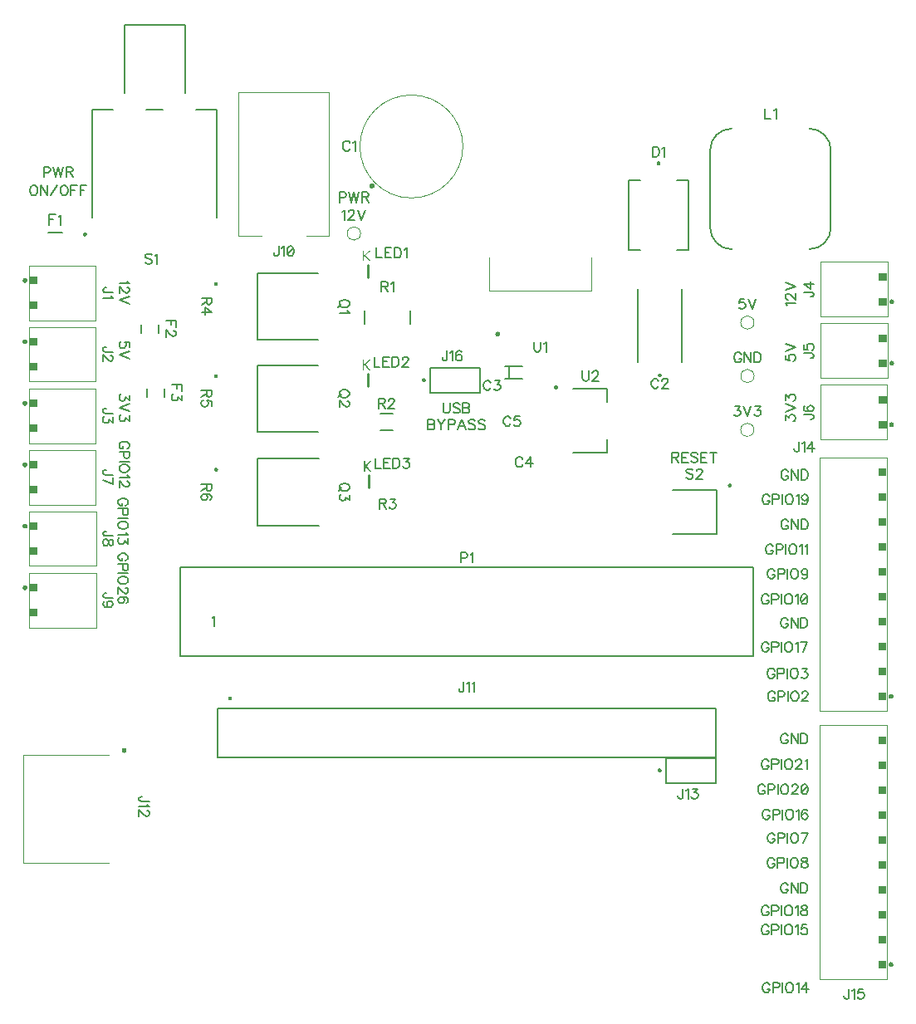
<source format=gbr>
G04 DipTrace 4.3.0.5*
G04 TopSilk.gbr*
%MOIN*%
G04 #@! TF.FileFunction,Legend,Top*
G04 #@! TF.Part,Single*
%ADD10C,0.009843*%
%ADD13C,0.004724*%
%ADD26C,0.005*%
%ADD30C,0.008005*%
%ADD160C,0.006176*%
%FSLAX26Y26*%
G04*
G70*
G90*
G75*
G01*
G04 TopSilk*
%LPD*%
X1749507Y3838690D2*
D13*
G02X1749507Y3838690I206693J0D01*
G01*
G36*
X1798075Y3670722D2*
X1796791Y3670807D1*
X1795528Y3671058D1*
X1794309Y3671472D1*
X1793154Y3672041D1*
X1792084Y3672756D1*
X1791116Y3673605D1*
X1790267Y3674573D1*
X1789551Y3675644D1*
X1788982Y3676798D1*
X1788568Y3678017D1*
X1788317Y3679280D1*
X1788233Y3680565D1*
X1788317Y3681850D1*
X1788568Y3683112D1*
X1788982Y3684331D1*
X1789551Y3685486D1*
X1790267Y3686557D1*
X1791116Y3687525D1*
X1792084Y3688373D1*
X1793154Y3689089D1*
X1794309Y3689658D1*
X1795528Y3690072D1*
X1796791Y3690323D1*
X1798075Y3690407D1*
D1*
X1799360Y3690323D1*
X1800623Y3690072D1*
X1801842Y3689658D1*
X1802997Y3689089D1*
X1804067Y3688373D1*
X1805035Y3687525D1*
X1805884Y3686557D1*
X1806599Y3685486D1*
X1807169Y3684331D1*
X1807582Y3683112D1*
X1807834Y3681850D1*
X1807918Y3680565D1*
X1807834Y3679280D1*
X1807582Y3678017D1*
X1807169Y3676798D1*
X1806599Y3675644D1*
X1805884Y3674573D1*
X1805035Y3673605D1*
X1804067Y3672756D1*
X1802997Y3672041D1*
X1801842Y3671472D1*
X1800623Y3671058D1*
X1799360Y3670807D1*
X1798075Y3670722D1*
D1*
G37*
X2864732Y2972400D2*
D26*
X2864725Y3267676D1*
X3041897Y2972404D2*
X3041891Y3267680D1*
G36*
X2953316Y2912166D2*
X2952288Y2912233D1*
X2951278Y2912434D1*
X2950302Y2912765D1*
X2949379Y2913221D1*
X2948522Y2913793D1*
X2947748Y2914472D1*
X2947069Y2915246D1*
X2946496Y2916103D1*
X2946041Y2917026D1*
X2945710Y2918002D1*
X2945509Y2919012D1*
X2945441Y2920040D1*
X2945509Y2921067D1*
X2945710Y2922078D1*
X2946041Y2923053D1*
X2946496Y2923977D1*
X2947068Y2924833D1*
X2947748Y2925608D1*
X2948522Y2926287D1*
X2949378Y2926859D1*
X2950302Y2927314D1*
X2951277Y2927646D1*
X2952288Y2927847D1*
X2953315Y2927914D1*
D1*
X2954343Y2927847D1*
X2955353Y2927646D1*
X2956329Y2927315D1*
X2957252Y2926859D1*
X2958109Y2926287D1*
X2958883Y2925608D1*
X2959562Y2924833D1*
X2960134Y2923977D1*
X2960590Y2923053D1*
X2960921Y2922078D1*
X2961122Y2921068D1*
X2961189Y2920040D1*
X2961122Y2919012D1*
X2960921Y2918002D1*
X2960590Y2917027D1*
X2960135Y2916103D1*
X2959562Y2915247D1*
X2958883Y2914472D1*
X2958109Y2913793D1*
X2957253Y2913221D1*
X2956329Y2912765D1*
X2955354Y2912434D1*
X2954343Y2912233D1*
X2953316Y2912166D1*
D1*
G37*
X3021043Y3704144D2*
D26*
X3068339D1*
Y3424616D1*
X3021043D1*
X2875478Y3704144D2*
X2828182D1*
Y3424616D1*
X2875478D1*
G36*
X2948260Y3778947D2*
X2949288Y3778879D1*
X2950298Y3778678D1*
X2951274Y3778347D1*
X2952197Y3777892D1*
X2953054Y3777320D1*
X2953828Y3776640D1*
X2954507Y3775866D1*
X2955079Y3775010D1*
X2955535Y3774086D1*
X2955866Y3773111D1*
X2956067Y3772100D1*
X2956134Y3771073D1*
X2956067Y3770045D1*
X2955866Y3769035D1*
X2955535Y3768059D1*
X2955079Y3767136D1*
X2954507Y3766279D1*
X2953828Y3765505D1*
X2953054Y3764826D1*
X2952197Y3764254D1*
X2951274Y3763798D1*
X2950298Y3763467D1*
X2949288Y3763266D1*
X2948260Y3763199D1*
D1*
X2947233Y3763266D1*
X2946222Y3763467D1*
X2945247Y3763798D1*
X2944323Y3764254D1*
X2943467Y3764826D1*
X2942693Y3765505D1*
X2942013Y3766279D1*
X2941441Y3767136D1*
X2940986Y3768059D1*
X2940655Y3769035D1*
X2940454Y3770045D1*
X2940386Y3771073D1*
X2940454Y3772100D1*
X2940655Y3773111D1*
X2940986Y3774086D1*
X2941441Y3775010D1*
X2942013Y3775866D1*
X2942693Y3776640D1*
X2943467Y3777320D1*
X2944323Y3777892D1*
X2945247Y3778347D1*
X2946222Y3778678D1*
X2947233Y3778879D1*
X2948260Y3778947D1*
D1*
G37*
X2331828Y2956400D2*
D30*
X2347576D1*
X2402694D1*
X2331828Y2905219D2*
X2347576D1*
X2402694D1*
X2347576Y2956400D2*
Y2905219D1*
X554814Y3494346D2*
D26*
X497728D1*
X941630Y3123012D2*
X941631Y3090728D1*
X871551Y3123010D2*
X871552Y3090727D1*
X965559Y2866473D2*
X965560Y2834189D1*
X895480Y2866471D2*
X895481Y2834187D1*
X689740Y3360907D2*
D13*
X422024Y3360878D1*
X422048Y3141193D1*
X689765Y3141222D1*
X689740Y3360907D1*
G36*
X455644Y3316733D2*
X424134Y3316730D1*
X424137Y3285344D1*
X455648Y3285347D1*
X455644Y3316733D1*
G37*
G36*
X455655Y3216817D2*
X424145Y3216814D1*
X424148Y3185319D1*
X455659Y3185322D1*
X455655Y3216817D1*
G37*
G36*
X405099Y3310876D2*
X406384Y3310792D1*
X407646Y3310541D1*
X408866Y3310127D1*
X410020Y3309558D1*
X411091Y3308843D1*
X412059Y3307994D1*
X412908Y3307026D1*
X413623Y3305955D1*
X414193Y3304801D1*
X414607Y3303582D1*
X414858Y3302319D1*
X414942Y3301034D1*
X414858Y3299750D1*
X414607Y3298487D1*
X414194Y3297268D1*
X413624Y3296113D1*
X412909Y3295042D1*
X412060Y3294074D1*
X411093Y3293225D1*
X410022Y3292510D1*
X408868Y3291940D1*
X407648Y3291526D1*
X406386Y3291275D1*
X405101Y3291191D1*
D1*
X403816Y3291275D1*
X402554Y3291526D1*
X401334Y3291940D1*
X400180Y3292509D1*
X399109Y3293224D1*
X398141Y3294073D1*
X397292Y3295041D1*
X396577Y3296111D1*
X396007Y3297266D1*
X395593Y3298485D1*
X395342Y3299747D1*
X395257Y3301032D1*
X395342Y3302317D1*
X395593Y3303580D1*
X396006Y3304799D1*
X396576Y3305954D1*
X397291Y3307024D1*
X398139Y3307992D1*
X399107Y3308841D1*
X400178Y3309557D1*
X401332Y3310126D1*
X402551Y3310540D1*
X403814Y3310791D1*
X405099Y3310876D1*
D1*
G37*
X689667Y3114632D2*
D13*
X421951D1*
Y2894947D1*
X689667D1*
Y3114632D1*
G36*
X455566Y3070483D2*
X424056D1*
Y3039098D1*
X455566D1*
Y3070483D1*
G37*
G36*
Y2970567D2*
X424056D1*
Y2939073D1*
X455566D1*
Y2970567D1*
G37*
G36*
X405020Y3064632D2*
X406305Y3064548D1*
X407568Y3064296D1*
X408787Y3063883D1*
X409941Y3063313D1*
X411012Y3062598D1*
X411980Y3061749D1*
X412829Y3060781D1*
X413544Y3059710D1*
X414114Y3058556D1*
X414527Y3057337D1*
X414779Y3056074D1*
X414863Y3054789D1*
X414779Y3053505D1*
X414527Y3052242D1*
X414114Y3051023D1*
X413544Y3049868D1*
X412829Y3048797D1*
X411980Y3047830D1*
X411012Y3046981D1*
X409941Y3046265D1*
X408787Y3045696D1*
X407568Y3045282D1*
X406305Y3045031D1*
X405020Y3044947D1*
D1*
X403736Y3045031D1*
X402473Y3045282D1*
X401254Y3045696D1*
X400099Y3046265D1*
X399028Y3046981D1*
X398060Y3047830D1*
X397212Y3048797D1*
X396496Y3049868D1*
X395927Y3051023D1*
X395513Y3052242D1*
X395262Y3053505D1*
X395178Y3054789D1*
X395262Y3056074D1*
X395513Y3057337D1*
X395927Y3058556D1*
X396496Y3059710D1*
X397212Y3060781D1*
X398060Y3061749D1*
X399028Y3062598D1*
X400099Y3063313D1*
X401254Y3063883D1*
X402473Y3064296D1*
X403736Y3064548D1*
X405020Y3064632D1*
D1*
G37*
X689677Y2867886D2*
D13*
X421961Y2867857D1*
X421985Y2648172D1*
X689702Y2648201D1*
X689677Y2867886D1*
G36*
X455581Y2823712D2*
X424071Y2823709D1*
X424074Y2792323D1*
X455585Y2792326D1*
X455581Y2823712D1*
G37*
G36*
X455592Y2723796D2*
X424082Y2723793D1*
X424085Y2692298D1*
X455596Y2692301D1*
X455592Y2723796D1*
G37*
G36*
X405036Y2817855D2*
X406321Y2817771D1*
X407583Y2817520D1*
X408803Y2817106D1*
X409957Y2816537D1*
X411028Y2815822D1*
X411996Y2814973D1*
X412845Y2814005D1*
X413560Y2812934D1*
X414130Y2811780D1*
X414544Y2810561D1*
X414795Y2809298D1*
X414879Y2808013D1*
X414795Y2806729D1*
X414544Y2805466D1*
X414131Y2804247D1*
X413561Y2803092D1*
X412846Y2802021D1*
X411997Y2801053D1*
X411030Y2800204D1*
X409959Y2799489D1*
X408805Y2798919D1*
X407585Y2798505D1*
X406323Y2798254D1*
X405038Y2798170D1*
D1*
X403753Y2798254D1*
X402491Y2798505D1*
X401271Y2798919D1*
X400117Y2799488D1*
X399046Y2800203D1*
X398078Y2801052D1*
X397229Y2802020D1*
X396514Y2803090D1*
X395944Y2804245D1*
X395530Y2805464D1*
X395279Y2806726D1*
X395194Y2808011D1*
X395279Y2809296D1*
X395530Y2810559D1*
X395943Y2811778D1*
X396513Y2812933D1*
X397228Y2814003D1*
X398076Y2814971D1*
X399044Y2815820D1*
X400115Y2816536D1*
X401269Y2817105D1*
X402488Y2817519D1*
X403751Y2817770D1*
X405036Y2817855D1*
D1*
G37*
X3598914Y3155617D2*
D13*
X3866630D1*
Y3375302D1*
X3598914D1*
Y3155617D1*
G36*
X3833015Y3199766D2*
X3864525D1*
Y3231151D1*
X3833015D1*
Y3199766D1*
G37*
G36*
Y3299682D2*
X3864525D1*
Y3331176D1*
X3833015D1*
Y3299682D1*
G37*
G36*
X3883561Y3205617D2*
X3882276Y3205702D1*
X3881013Y3205953D1*
X3879794Y3206367D1*
X3878640Y3206936D1*
X3877569Y3207651D1*
X3876601Y3208500D1*
X3875752Y3209468D1*
X3875037Y3210539D1*
X3874468Y3211693D1*
X3874054Y3212912D1*
X3873803Y3214175D1*
X3873718Y3215460D1*
X3873803Y3216745D1*
X3874054Y3218007D1*
X3874468Y3219226D1*
X3875037Y3220381D1*
X3875752Y3221452D1*
X3876601Y3222420D1*
X3877569Y3223268D1*
X3878640Y3223984D1*
X3879794Y3224553D1*
X3881013Y3224967D1*
X3882276Y3225218D1*
X3883561Y3225302D1*
D1*
X3884846Y3225218D1*
X3886108Y3224967D1*
X3887327Y3224553D1*
X3888482Y3223984D1*
X3889553Y3223268D1*
X3890521Y3222420D1*
X3891369Y3221452D1*
X3892085Y3220381D1*
X3892654Y3219226D1*
X3893068Y3218007D1*
X3893319Y3216745D1*
X3893403Y3215460D1*
X3893319Y3214175D1*
X3893068Y3212912D1*
X3892654Y3211693D1*
X3892085Y3210539D1*
X3891369Y3209468D1*
X3890521Y3208500D1*
X3889553Y3207651D1*
X3888482Y3206936D1*
X3887327Y3206367D1*
X3886108Y3205953D1*
X3884846Y3205702D1*
X3883561Y3205617D1*
D1*
G37*
X3599125Y2908856D2*
D13*
X3866842D1*
Y3128541D1*
X3599125D1*
Y2908856D1*
G36*
X3833226Y2953004D2*
X3864737D1*
Y2984390D1*
X3833226D1*
Y2953004D1*
G37*
G36*
Y3052920D2*
X3864737D1*
Y3084415D1*
X3833226D1*
Y3052920D1*
G37*
G36*
X3883772Y2958856D2*
X3882487Y2958940D1*
X3881225Y2959192D1*
X3880006Y2959605D1*
X3878851Y2960175D1*
X3877780Y2960890D1*
X3876812Y2961739D1*
X3875964Y2962707D1*
X3875248Y2963777D1*
X3874679Y2964932D1*
X3874265Y2966151D1*
X3874014Y2967414D1*
X3873930Y2968699D1*
X3874014Y2969983D1*
X3874265Y2971246D1*
X3874679Y2972465D1*
X3875248Y2973620D1*
X3875964Y2974690D1*
X3876812Y2975658D1*
X3877780Y2976507D1*
X3878851Y2977223D1*
X3880006Y2977792D1*
X3881225Y2978206D1*
X3882487Y2978457D1*
X3883772Y2978541D1*
D1*
X3885057Y2978457D1*
X3886320Y2978206D1*
X3887539Y2977792D1*
X3888693Y2977223D1*
X3889764Y2976507D1*
X3890732Y2975658D1*
X3891581Y2974690D1*
X3892296Y2973620D1*
X3892865Y2972465D1*
X3893279Y2971246D1*
X3893530Y2969983D1*
X3893615Y2968699D1*
X3893530Y2967414D1*
X3893279Y2966151D1*
X3892865Y2964932D1*
X3892296Y2963777D1*
X3891581Y2962707D1*
X3890732Y2961739D1*
X3889764Y2960890D1*
X3888693Y2960175D1*
X3887539Y2959605D1*
X3886320Y2959192D1*
X3885057Y2958940D1*
X3883772Y2958856D1*
D1*
G37*
X3598724Y2662087D2*
D13*
X3866440D1*
Y2881772D1*
X3598724D1*
Y2662087D1*
G36*
X3832825Y2706235D2*
X3864335D1*
Y2737621D1*
X3832825D1*
Y2706235D1*
G37*
G36*
Y2806151D2*
X3864335D1*
Y2837646D1*
X3832825D1*
Y2806151D1*
G37*
G36*
X3883371Y2712087D2*
X3882086Y2712171D1*
X3880823Y2712423D1*
X3879604Y2712836D1*
X3878449Y2713406D1*
X3877379Y2714121D1*
X3876411Y2714970D1*
X3875562Y2715938D1*
X3874847Y2717008D1*
X3874277Y2718163D1*
X3873863Y2719382D1*
X3873612Y2720645D1*
X3873528Y2721930D1*
X3873612Y2723214D1*
X3873863Y2724477D1*
X3874277Y2725696D1*
X3874847Y2726851D1*
X3875562Y2727921D1*
X3876411Y2728889D1*
X3877379Y2729738D1*
X3878449Y2730454D1*
X3879604Y2731023D1*
X3880823Y2731437D1*
X3882086Y2731688D1*
X3883371Y2731772D1*
D1*
X3884655Y2731688D1*
X3885918Y2731437D1*
X3887137Y2731023D1*
X3888292Y2730454D1*
X3889362Y2729738D1*
X3890330Y2728889D1*
X3891179Y2727921D1*
X3891894Y2726851D1*
X3892464Y2725696D1*
X3892878Y2724477D1*
X3893129Y2723214D1*
X3893213Y2721930D1*
X3893129Y2720645D1*
X3892878Y2719382D1*
X3892464Y2718163D1*
X3891894Y2717008D1*
X3891179Y2715938D1*
X3890330Y2714970D1*
X3889362Y2714121D1*
X3888292Y2713406D1*
X3887137Y2712836D1*
X3885918Y2712423D1*
X3884655Y2712171D1*
X3883371Y2712087D1*
D1*
G37*
X689356Y2621041D2*
D13*
X421640D1*
Y2401356D1*
X689356D1*
Y2621041D1*
G36*
X455255Y2576893D2*
X423745D1*
Y2545507D1*
X455255D1*
Y2576893D1*
G37*
G36*
Y2476977D2*
X423745D1*
Y2445482D1*
X455255D1*
Y2476977D1*
G37*
G36*
X404709Y2571041D2*
X405994Y2570957D1*
X407257Y2570706D1*
X408476Y2570292D1*
X409630Y2569723D1*
X410701Y2569007D1*
X411669Y2568158D1*
X412518Y2567190D1*
X413233Y2566120D1*
X413802Y2564965D1*
X414216Y2563746D1*
X414468Y2562483D1*
X414552Y2561199D1*
X414468Y2559914D1*
X414216Y2558651D1*
X413802Y2557432D1*
X413233Y2556277D1*
X412518Y2555207D1*
X411669Y2554239D1*
X410701Y2553390D1*
X409630Y2552675D1*
X408476Y2552105D1*
X407257Y2551692D1*
X405994Y2551440D1*
X404709Y2551356D1*
D1*
X403424Y2551440D1*
X402162Y2551692D1*
X400943Y2552105D1*
X399788Y2552675D1*
X398717Y2553390D1*
X397749Y2554239D1*
X396901Y2555207D1*
X396185Y2556277D1*
X395616Y2557432D1*
X395202Y2558651D1*
X394951Y2559914D1*
X394867Y2561199D1*
X394951Y2562483D1*
X395202Y2563746D1*
X395616Y2564965D1*
X396185Y2566120D1*
X396901Y2567190D1*
X397749Y2568158D1*
X398717Y2569007D1*
X399788Y2569723D1*
X400943Y2570292D1*
X402162Y2570706D1*
X403424Y2570957D1*
X404709Y2571041D1*
D1*
G37*
X690148Y2374911D2*
D13*
X422431D1*
Y2155226D1*
X690148D1*
Y2374911D1*
G36*
X456046Y2330763D2*
X424536D1*
Y2299377D1*
X456046D1*
Y2330763D1*
G37*
G36*
Y2230847D2*
X424536D1*
Y2199352D1*
X456046D1*
Y2230847D1*
G37*
G36*
X405501Y2324911D2*
X406785Y2324827D1*
X408048Y2324576D1*
X409267Y2324162D1*
X410422Y2323593D1*
X411492Y2322877D1*
X412460Y2322028D1*
X413309Y2321061D1*
X414024Y2319990D1*
X414594Y2318835D1*
X415008Y2317616D1*
X415259Y2316353D1*
X415343Y2315069D1*
X415259Y2313784D1*
X415008Y2312521D1*
X414594Y2311302D1*
X414024Y2310148D1*
X413309Y2309077D1*
X412460Y2308109D1*
X411492Y2307260D1*
X410422Y2306545D1*
X409267Y2305975D1*
X408048Y2305562D1*
X406785Y2305310D1*
X405501Y2305226D1*
D1*
X404216Y2305310D1*
X402953Y2305562D1*
X401734Y2305975D1*
X400579Y2306545D1*
X399509Y2307260D1*
X398541Y2308109D1*
X397692Y2309077D1*
X396977Y2310148D1*
X396407Y2311302D1*
X395993Y2312521D1*
X395742Y2313784D1*
X395658Y2315069D1*
X395742Y2316353D1*
X395993Y2317616D1*
X396407Y2318835D1*
X396977Y2319990D1*
X397692Y2321061D1*
X398541Y2322028D1*
X399509Y2322877D1*
X400579Y2323593D1*
X401734Y2324162D1*
X402953Y2324576D1*
X404216Y2324827D1*
X405501Y2324911D1*
D1*
G37*
X689956Y2127511D2*
D13*
X422239D1*
Y1907826D1*
X689956D1*
Y2127511D1*
G36*
X455855Y2083363D2*
X424344D1*
Y2051977D1*
X455855D1*
Y2083363D1*
G37*
G36*
Y1983447D2*
X424344D1*
Y1951952D1*
X455855D1*
Y1983447D1*
G37*
G36*
X405309Y2077511D2*
X406594Y2077427D1*
X407856Y2077176D1*
X409075Y2076762D1*
X410230Y2076192D1*
X411301Y2075477D1*
X412269Y2074628D1*
X413118Y2073660D1*
X413833Y2072590D1*
X414402Y2071435D1*
X414816Y2070216D1*
X415067Y2068953D1*
X415151Y2067669D1*
X415067Y2066384D1*
X414816Y2065121D1*
X414402Y2063902D1*
X413833Y2062747D1*
X413118Y2061677D1*
X412269Y2060709D1*
X411301Y2059860D1*
X410230Y2059145D1*
X409075Y2058575D1*
X407856Y2058161D1*
X406594Y2057910D1*
X405309Y2057826D1*
D1*
X404024Y2057910D1*
X402761Y2058161D1*
X401542Y2058575D1*
X400388Y2059145D1*
X399317Y2059860D1*
X398349Y2060709D1*
X397500Y2061677D1*
X396785Y2062747D1*
X396216Y2063902D1*
X395802Y2065121D1*
X395551Y2066384D1*
X395466Y2067669D1*
X395551Y2068953D1*
X395802Y2070216D1*
X396216Y2071435D1*
X396785Y2072590D1*
X397500Y2073660D1*
X398349Y2074628D1*
X399317Y2075477D1*
X400388Y2076192D1*
X401542Y2076762D1*
X402761Y2077176D1*
X404024Y2077427D1*
X405309Y2077511D1*
D1*
G37*
X1625323Y4057596D2*
D13*
Y3478856D1*
X1533625D1*
X1354817D2*
X1263119D1*
Y4057596D1*
X1625323D1*
X1178280Y1385504D2*
D26*
Y1583536D1*
X3178280D1*
Y1385504D1*
X1178280D1*
G36*
X1228280Y1615032D2*
X1227252Y1615099D1*
X1226242Y1615300D1*
X1225267Y1615631D1*
X1224343Y1616087D1*
X1223487Y1616659D1*
X1222712Y1617338D1*
X1222033Y1618113D1*
X1221461Y1618969D1*
X1221005Y1619893D1*
X1220674Y1620868D1*
X1220473Y1621878D1*
X1220406Y1622906D1*
X1220473Y1623934D1*
X1220674Y1624944D1*
X1221005Y1625919D1*
X1221461Y1626843D1*
X1222033Y1627699D1*
X1222712Y1628474D1*
X1223487Y1629153D1*
X1224343Y1629725D1*
X1225267Y1630181D1*
X1226242Y1630512D1*
X1227252Y1630713D1*
X1228280Y1630780D1*
D1*
X1229308Y1630713D1*
X1230318Y1630512D1*
X1231293Y1630181D1*
X1232217Y1629725D1*
X1233073Y1629153D1*
X1233848Y1628474D1*
X1234527Y1627699D1*
X1235099Y1626843D1*
X1235555Y1625919D1*
X1235886Y1624944D1*
X1236087Y1623934D1*
X1236154Y1622906D1*
X1236087Y1621878D1*
X1235886Y1620868D1*
X1235555Y1619893D1*
X1235099Y1618969D1*
X1234527Y1618113D1*
X1233848Y1617338D1*
X1233073Y1616659D1*
X1232217Y1616087D1*
X1231293Y1615631D1*
X1230318Y1615300D1*
X1229308Y1615099D1*
X1228280Y1615032D1*
D1*
G37*
X740039Y1397718D2*
D13*
X399487D1*
Y963860D1*
X740039D1*
G36*
X803031Y1424490D2*
X804315Y1424406D1*
X805578Y1424155D1*
X806797Y1423741D1*
X807952Y1423171D1*
X809022Y1422456D1*
X809990Y1421607D1*
X810839Y1420639D1*
X811555Y1419569D1*
X812124Y1418414D1*
X812538Y1417195D1*
X812789Y1415932D1*
X812873Y1414648D1*
X812789Y1413363D1*
X812538Y1412100D1*
X812124Y1410881D1*
X811555Y1409726D1*
X810839Y1408656D1*
X809990Y1407688D1*
X809022Y1406839D1*
X807952Y1406124D1*
X806797Y1405554D1*
X805578Y1405140D1*
X804315Y1404889D1*
X803031Y1404805D1*
D1*
X801746Y1404889D1*
X800483Y1405140D1*
X799264Y1405554D1*
X798109Y1406124D1*
X797039Y1406839D1*
X796071Y1407688D1*
X795222Y1408656D1*
X794507Y1409726D1*
X793937Y1410881D1*
X793524Y1412100D1*
X793272Y1413363D1*
X793188Y1414648D1*
X793272Y1415932D1*
X793524Y1417195D1*
X793937Y1418414D1*
X794507Y1419569D1*
X795222Y1420639D1*
X796071Y1421607D1*
X797039Y1422456D1*
X798109Y1423171D1*
X799264Y1423741D1*
X800483Y1424155D1*
X801746Y1424406D1*
X803031Y1424490D1*
D1*
G37*
X2978262Y1284460D2*
D26*
Y1384460D1*
X3178262D2*
Y1284460D1*
Y1384460D2*
X2978262D1*
X3178262Y1284460D2*
X2978262D1*
G36*
X2944797Y1334460D2*
X2944864Y1335488D1*
X2945065Y1336498D1*
X2945396Y1337473D1*
X2945852Y1338397D1*
X2946424Y1339253D1*
X2947103Y1340028D1*
X2947878Y1340707D1*
X2948734Y1341279D1*
X2949658Y1341734D1*
X2950633Y1342066D1*
X2951643Y1342266D1*
X2952671Y1342334D1*
X2953699Y1342266D1*
X2954709Y1342066D1*
X2955684Y1341734D1*
X2956608Y1341279D1*
X2957465Y1340707D1*
X2958239Y1340028D1*
X2958918Y1339253D1*
X2959490Y1338397D1*
X2959946Y1337473D1*
X2960277Y1336498D1*
X2960478Y1335488D1*
X2960545Y1334460D1*
D1*
X2960478Y1333432D1*
X2960277Y1332422D1*
X2959946Y1331447D1*
X2959490Y1330523D1*
X2958918Y1329666D1*
X2958239Y1328892D1*
X2957465Y1328213D1*
X2956608Y1327641D1*
X2955684Y1327185D1*
X2954709Y1326854D1*
X2953699Y1326653D1*
X2952671Y1326586D1*
X2951643Y1326653D1*
X2950633Y1326854D1*
X2949658Y1327185D1*
X2948734Y1327641D1*
X2947878Y1328213D1*
X2947103Y1328892D1*
X2946424Y1329666D1*
X2945852Y1330523D1*
X2945396Y1331447D1*
X2945065Y1332422D1*
X2944864Y1333432D1*
X2944797Y1334460D1*
D1*
G37*
X3596344Y1571777D2*
D13*
X3864062D1*
Y2591462D1*
X3596344D1*
Y1571777D1*
G36*
X3830444Y1615936D2*
X3861955D1*
Y1647294D1*
X3830444D1*
Y1615936D1*
G37*
G36*
Y1715813D2*
X3861955D1*
Y1747375D1*
X3830444D1*
Y1715813D1*
G37*
G36*
X3830838Y1816287D2*
X3862348D1*
Y1847746D1*
X3830838D1*
Y1816287D1*
G37*
G36*
X3830444Y1915973D2*
X3861955D1*
Y1947434D1*
X3830444D1*
Y1915973D1*
G37*
G36*
Y2015850D2*
X3861955D1*
Y2047310D1*
X3830444D1*
Y2015850D1*
G37*
G36*
Y2115930D2*
X3861955D1*
Y2147390D1*
X3830444D1*
Y2115930D1*
G37*
G36*
Y2215909D2*
X3861955D1*
Y2247267D1*
X3830444D1*
Y2215909D1*
G37*
G36*
Y2315888D2*
X3861955D1*
Y2347347D1*
X3830444D1*
Y2315888D1*
G37*
G36*
Y2415865D2*
X3861955D1*
Y2447427D1*
X3830444D1*
Y2415865D1*
G37*
G36*
Y2515844D2*
X3861955D1*
Y2547304D1*
X3830444D1*
Y2515844D1*
G37*
G36*
X3880990Y1621777D2*
X3879705Y1621862D1*
X3878443Y1622113D1*
X3877223Y1622527D1*
X3876069Y1623096D1*
X3874998Y1623811D1*
X3874030Y1624660D1*
X3873181Y1625628D1*
X3872466Y1626699D1*
X3871897Y1627853D1*
X3871483Y1629073D1*
X3871232Y1630335D1*
X3871148Y1631620D1*
X3871232Y1632905D1*
X3871483Y1634167D1*
X3871897Y1635387D1*
X3872466Y1636541D1*
X3873181Y1637612D1*
X3874030Y1638580D1*
X3874998Y1639429D1*
X3876069Y1640144D1*
X3877223Y1640713D1*
X3878443Y1641127D1*
X3879705Y1641378D1*
X3880990Y1641462D1*
D1*
X3882275Y1641378D1*
X3883537Y1641127D1*
X3884757Y1640713D1*
X3885911Y1640144D1*
X3886982Y1639429D1*
X3887950Y1638580D1*
X3888799Y1637612D1*
X3889514Y1636541D1*
X3890083Y1635387D1*
X3890497Y1634167D1*
X3890748Y1632905D1*
X3890833Y1631620D1*
X3890748Y1630335D1*
X3890497Y1629073D1*
X3890083Y1627853D1*
X3889514Y1626699D1*
X3888799Y1625628D1*
X3887950Y1624660D1*
X3886982Y1623811D1*
X3885911Y1623096D1*
X3884757Y1622527D1*
X3883537Y1622113D1*
X3882275Y1621862D1*
X3880990Y1621777D1*
D1*
G37*
X3595894Y495407D2*
D13*
X3863612D1*
Y1515092D1*
X3595894D1*
Y495407D1*
G36*
X3829994Y539566D2*
X3861504D1*
Y570924D1*
X3829994D1*
Y539566D1*
G37*
G36*
Y639443D2*
X3861504D1*
Y671004D1*
X3829994D1*
Y639443D1*
G37*
G36*
X3830388Y739917D2*
X3861898D1*
Y771376D1*
X3830388D1*
Y739917D1*
G37*
G36*
X3829994Y839603D2*
X3861504D1*
Y871064D1*
X3829994D1*
Y839603D1*
G37*
G36*
Y939480D2*
X3861504D1*
Y970940D1*
X3829994D1*
Y939480D1*
G37*
G36*
Y1039560D2*
X3861504D1*
Y1071020D1*
X3829994D1*
Y1039560D1*
G37*
G36*
Y1139539D2*
X3861504D1*
Y1170897D1*
X3829994D1*
Y1139539D1*
G37*
G36*
Y1239518D2*
X3861504D1*
Y1270977D1*
X3829994D1*
Y1239518D1*
G37*
G36*
Y1339495D2*
X3861504D1*
Y1371057D1*
X3829994D1*
Y1339495D1*
G37*
G36*
Y1439474D2*
X3861504D1*
Y1470934D1*
X3829994D1*
Y1439474D1*
G37*
G36*
X3880540Y545407D2*
X3879255Y545492D1*
X3877992Y545743D1*
X3876773Y546157D1*
X3875619Y546726D1*
X3874548Y547441D1*
X3873580Y548290D1*
X3872731Y549258D1*
X3872016Y550329D1*
X3871447Y551483D1*
X3871033Y552702D1*
X3870782Y553965D1*
X3870697Y555250D1*
X3870782Y556535D1*
X3871033Y557797D1*
X3871447Y559016D1*
X3872016Y560171D1*
X3872731Y561242D1*
X3873580Y562210D1*
X3874548Y563058D1*
X3875619Y563774D1*
X3876773Y564343D1*
X3877992Y564757D1*
X3879255Y565008D1*
X3880540Y565092D1*
D1*
X3881825Y565008D1*
X3883087Y564757D1*
X3884306Y564343D1*
X3885461Y563774D1*
X3886532Y563058D1*
X3887500Y562210D1*
X3888348Y561242D1*
X3889064Y560171D1*
X3889633Y559016D1*
X3890047Y557797D1*
X3890298Y556535D1*
X3890382Y555250D1*
X3890298Y553965D1*
X3890047Y552702D1*
X3889633Y551483D1*
X3889064Y550329D1*
X3888348Y549258D1*
X3887500Y548290D1*
X3886532Y547441D1*
X3885461Y546726D1*
X3884306Y546157D1*
X3883087Y545743D1*
X3881825Y545492D1*
X3880540Y545407D1*
D1*
G37*
X2031691Y2850499D2*
D26*
Y2950499D1*
X2231691D2*
Y2850499D1*
Y2950499D2*
X2031691D1*
X2231691Y2850499D2*
X2031691D1*
G36*
X1998226Y2900499D2*
X1998294Y2901527D1*
X1998495Y2902537D1*
X1998826Y2903512D1*
X1999281Y2904436D1*
X1999853Y2905293D1*
X2000532Y2906067D1*
X2001307Y2906746D1*
X2002163Y2907318D1*
X2003087Y2907774D1*
X2004062Y2908105D1*
X2005072Y2908306D1*
X2006100Y2908373D1*
X2007128Y2908306D1*
X2008138Y2908105D1*
X2009114Y2907774D1*
X2010037Y2907318D1*
X2010894Y2906746D1*
X2011668Y2906067D1*
X2012347Y2905293D1*
X2012919Y2904436D1*
X2013375Y2903512D1*
X2013706Y2902537D1*
X2013907Y2901527D1*
X2013974Y2900499D1*
D1*
X2013907Y2899471D1*
X2013706Y2898461D1*
X2013375Y2897486D1*
X2012919Y2896562D1*
X2012347Y2895706D1*
X2011668Y2894931D1*
X2010894Y2894252D1*
X2010037Y2893680D1*
X2009114Y2893225D1*
X2008138Y2892893D1*
X2007128Y2892693D1*
X2006100Y2892625D1*
X2005072Y2892693D1*
X2004062Y2892893D1*
X2003087Y2893225D1*
X2002163Y2893680D1*
X2001307Y2894252D1*
X2000532Y2894931D1*
X1999853Y2895706D1*
X1999281Y2896562D1*
X1998826Y2897486D1*
X1998495Y2898461D1*
X1998294Y2899471D1*
X1998226Y2900499D1*
D1*
G37*
X3155344Y3823961D2*
D26*
G02X3241959Y3910575I86610J4D01*
G01*
X3552982D2*
G02X3639596Y3823961I4J-86610D01*
G01*
Y3512938D2*
G02X3552982Y3426323I-86610J-4D01*
G01*
X3241959D2*
G02X3155344Y3512938I-4J86610D01*
G01*
X3639596Y3823961D2*
Y3512938D1*
X3155344D2*
Y3823961D1*
X1782188Y3313760D2*
D10*
Y3364902D1*
X1782108Y2876071D2*
Y2927213D1*
X1785857Y2469508D2*
Y2520650D1*
X1027754Y2149974D2*
D26*
X3329329D1*
Y1791707D1*
X1027754D1*
Y2149974D1*
G36*
X1171805Y3295023D2*
X1172833Y3294955D1*
X1173843Y3294755D1*
X1174818Y3294423D1*
X1175742Y3293968D1*
X1176598Y3293396D1*
X1177373Y3292717D1*
X1178052Y3291942D1*
X1178624Y3291086D1*
X1179080Y3290162D1*
X1179411Y3289187D1*
X1179612Y3288177D1*
X1179679Y3287149D1*
X1179612Y3286121D1*
X1179411Y3285111D1*
X1179080Y3284136D1*
X1178624Y3283212D1*
X1178052Y3282355D1*
X1177373Y3281581D1*
X1176598Y3280902D1*
X1175742Y3280330D1*
X1174818Y3279874D1*
X1173843Y3279543D1*
X1172833Y3279342D1*
X1171805Y3279275D1*
D1*
X1170777Y3279342D1*
X1169767Y3279543D1*
X1168792Y3279874D1*
X1167868Y3280330D1*
X1167012Y3280902D1*
X1166237Y3281581D1*
X1165558Y3282355D1*
X1164986Y3283212D1*
X1164530Y3284136D1*
X1164199Y3285111D1*
X1163998Y3286121D1*
X1163931Y3287149D1*
X1163998Y3288177D1*
X1164199Y3289187D1*
X1164530Y3290162D1*
X1164986Y3291086D1*
X1165558Y3291942D1*
X1166237Y3292717D1*
X1167012Y3293396D1*
X1167868Y3293968D1*
X1168792Y3294423D1*
X1169767Y3294755D1*
X1170777Y3294955D1*
X1171805Y3295023D1*
D1*
G37*
X1582710Y3331007D2*
D26*
X1337829D1*
X1582710Y3063291D2*
X1337829D1*
Y3331007D1*
G36*
X1171574Y2925003D2*
X1172602Y2924936D1*
X1173612Y2924735D1*
X1174587Y2924404D1*
X1175511Y2923948D1*
X1176367Y2923376D1*
X1177142Y2922697D1*
X1177821Y2921923D1*
X1178393Y2921066D1*
X1178849Y2920142D1*
X1179180Y2919167D1*
X1179381Y2918157D1*
X1179448Y2917129D1*
X1179381Y2916101D1*
X1179180Y2915091D1*
X1178849Y2914116D1*
X1178393Y2913192D1*
X1177821Y2912336D1*
X1177142Y2911561D1*
X1176367Y2910882D1*
X1175511Y2910310D1*
X1174587Y2909854D1*
X1173612Y2909523D1*
X1172602Y2909322D1*
X1171574Y2909255D1*
D1*
X1170546Y2909322D1*
X1169536Y2909523D1*
X1168561Y2909854D1*
X1167637Y2910310D1*
X1166781Y2910882D1*
X1166006Y2911561D1*
X1165327Y2912336D1*
X1164755Y2913192D1*
X1164299Y2914116D1*
X1163968Y2915091D1*
X1163767Y2916101D1*
X1163700Y2917129D1*
X1163767Y2918157D1*
X1163968Y2919167D1*
X1164299Y2920142D1*
X1164755Y2921066D1*
X1165327Y2921923D1*
X1166006Y2922697D1*
X1166781Y2923376D1*
X1167637Y2923948D1*
X1168561Y2924404D1*
X1169536Y2924735D1*
X1170546Y2924936D1*
X1171574Y2925003D1*
D1*
G37*
X1582480Y2960987D2*
D26*
X1337598D1*
X1582480Y2693271D2*
X1337598D1*
Y2960987D1*
G36*
X1172325Y2549193D2*
X1173352Y2549126D1*
X1174363Y2548925D1*
X1175338Y2548594D1*
X1176262Y2548139D1*
X1177118Y2547566D1*
X1177892Y2546887D1*
X1178572Y2546113D1*
X1179144Y2545256D1*
X1179599Y2544333D1*
X1179930Y2543357D1*
X1180131Y2542347D1*
X1180199Y2541319D1*
X1180131Y2540292D1*
X1179930Y2539281D1*
X1179599Y2538306D1*
X1179144Y2537382D1*
X1178572Y2536526D1*
X1177892Y2535752D1*
X1177118Y2535073D1*
X1176262Y2534500D1*
X1175338Y2534045D1*
X1174363Y2533714D1*
X1173352Y2533513D1*
X1172325Y2533445D1*
D1*
X1171297Y2533513D1*
X1170287Y2533714D1*
X1169311Y2534045D1*
X1168388Y2534500D1*
X1167531Y2535073D1*
X1166757Y2535752D1*
X1166078Y2536526D1*
X1165506Y2537382D1*
X1165050Y2538306D1*
X1164719Y2539281D1*
X1164518Y2540292D1*
X1164451Y2541319D1*
X1164518Y2542347D1*
X1164719Y2543357D1*
X1165050Y2544333D1*
X1165506Y2545256D1*
X1166078Y2546113D1*
X1166757Y2546887D1*
X1167531Y2547566D1*
X1168388Y2548139D1*
X1169311Y2548594D1*
X1170287Y2548925D1*
X1171297Y2549126D1*
X1172325Y2549193D1*
D1*
G37*
X1583230Y2585178D2*
D26*
X1338348D1*
X1583230Y2317461D2*
X1338348D1*
Y2585178D1*
X1767603Y3126302D2*
X1767598Y3179058D1*
X1952642Y3126321D2*
X1952637Y3179077D1*
X1830262Y2768065D2*
X1883018D1*
X1830262Y2701136D2*
X1883018D1*
X1175730Y3552970D2*
Y3985739D1*
X1092948D1*
X892948D2*
X958512D1*
X758512D2*
X675730D1*
Y3552970D1*
X804273Y4052970D2*
Y4326291D1*
X1047187D2*
Y4052970D1*
X804273Y4326291D2*
X1047187D1*
G36*
X646203Y3477865D2*
X645175Y3477933D1*
X644165Y3478134D1*
X643189Y3478465D1*
X642266Y3478920D1*
X641409Y3479492D1*
X640635Y3480172D1*
X639956Y3480946D1*
X639384Y3481802D1*
X638928Y3482726D1*
X638597Y3483701D1*
X638396Y3484712D1*
X638329Y3485739D1*
X638396Y3486767D1*
X638597Y3487777D1*
X638928Y3488753D1*
X639384Y3489676D1*
X639956Y3490533D1*
X640635Y3491307D1*
X641409Y3491986D1*
X642266Y3492558D1*
X643189Y3493014D1*
X644165Y3493345D1*
X645175Y3493546D1*
X646203Y3493613D1*
D1*
X647230Y3493546D1*
X648241Y3493345D1*
X649216Y3493014D1*
X650140Y3492558D1*
X650996Y3491986D1*
X651770Y3491307D1*
X652449Y3490533D1*
X653022Y3489676D1*
X653477Y3488753D1*
X653808Y3487777D1*
X654009Y3486767D1*
X654077Y3485739D1*
X654009Y3484712D1*
X653808Y3483701D1*
X653477Y3482726D1*
X653022Y3481802D1*
X652450Y3480946D1*
X651770Y3480172D1*
X650996Y3479492D1*
X650140Y3478920D1*
X649216Y3478465D1*
X648241Y3478134D1*
X647230Y3477933D1*
X646203Y3477865D1*
D1*
G37*
G36*
X3226409Y2478220D2*
X3226476Y2479247D1*
X3226677Y2480258D1*
X3227008Y2481233D1*
X3227464Y2482157D1*
X3228036Y2483013D1*
X3228715Y2483787D1*
X3229489Y2484467D1*
X3230346Y2485039D1*
X3231269Y2485494D1*
X3232245Y2485825D1*
X3233255Y2486026D1*
X3234283Y2486094D1*
X3235310Y2486026D1*
X3236321Y2485825D1*
X3237296Y2485494D1*
X3238220Y2485039D1*
X3239076Y2484467D1*
X3239850Y2483787D1*
X3240530Y2483013D1*
X3241102Y2482157D1*
X3241557Y2481233D1*
X3241888Y2480258D1*
X3242089Y2479247D1*
X3242157Y2478220D1*
D1*
X3242089Y2477192D1*
X3241888Y2476182D1*
X3241557Y2475206D1*
X3241102Y2474283D1*
X3240530Y2473426D1*
X3239850Y2472652D1*
X3239076Y2471973D1*
X3238220Y2471401D1*
X3237296Y2470945D1*
X3236321Y2470614D1*
X3235310Y2470413D1*
X3234283Y2470346D1*
X3233255Y2470413D1*
X3232245Y2470614D1*
X3231269Y2470945D1*
X3230346Y2471401D1*
X3229489Y2471973D1*
X3228715Y2472652D1*
X3228036Y2473426D1*
X3227464Y2474283D1*
X3227008Y2475206D1*
X3226677Y2476182D1*
X3226476Y2477192D1*
X3226409Y2478220D1*
D1*
G37*
X3181133Y2460503D2*
D26*
X3003968D1*
X3181133D2*
Y2283338D1*
X3003968D2*
X3181133D1*
X1698729Y3489480D2*
D13*
G02X1698729Y3489480I26772J0D01*
G01*
X3278049Y3131760D2*
G02X3278049Y3131760I26772J0D01*
G01*
X3277659Y2701369D2*
G02X3277659Y2701369I26772J0D01*
G01*
X3278279Y2917220D2*
G02X3278279Y2917220I26772J0D01*
G01*
X2267360Y3394294D2*
X2267379Y3259648D1*
X2677616Y3259707D1*
X2677596Y3394353D1*
G36*
X2292798Y3085654D2*
X2292882Y3086939D1*
X2293133Y3088202D1*
X2293547Y3089421D1*
X2294116Y3090576D1*
X2294831Y3091646D1*
X2295680Y3092615D1*
X2296648Y3093464D1*
X2297718Y3094179D1*
X2298873Y3094749D1*
X2300092Y3095163D1*
X2301354Y3095414D1*
X2302639Y3095498D1*
X2303924Y3095414D1*
X2305187Y3095163D1*
X2306406Y3094750D1*
X2307561Y3094180D1*
X2308631Y3093465D1*
X2309599Y3092617D1*
X2310448Y3091649D1*
X2311164Y3090578D1*
X2311733Y3089424D1*
X2312147Y3088205D1*
X2312399Y3086942D1*
X2312483Y3085657D1*
D1*
X2312399Y3084373D1*
X2312148Y3083110D1*
X2311734Y3081891D1*
X2311165Y3080736D1*
X2310450Y3079665D1*
X2309601Y3078697D1*
X2308633Y3077848D1*
X2307563Y3077133D1*
X2306408Y3076563D1*
X2305189Y3076149D1*
X2303927Y3075898D1*
X2302642Y3075813D1*
X2301357Y3075897D1*
X2300095Y3076148D1*
X2298875Y3076562D1*
X2297721Y3077131D1*
X2296650Y3077846D1*
X2295682Y3078695D1*
X2294833Y3079663D1*
X2294117Y3080733D1*
X2293548Y3081888D1*
X2293134Y3083107D1*
X2292882Y3084370D1*
X2292798Y3085654D1*
D1*
G37*
G36*
X2528531Y2871959D2*
X2528598Y2872986D1*
X2528799Y2873996D1*
X2529130Y2874972D1*
X2529586Y2875896D1*
X2530158Y2876752D1*
X2530837Y2877526D1*
X2531611Y2878205D1*
X2532468Y2878778D1*
X2533391Y2879233D1*
X2534367Y2879564D1*
X2535377Y2879765D1*
X2536405Y2879833D1*
X2537432Y2879765D1*
X2538443Y2879564D1*
X2539418Y2879233D1*
X2540342Y2878778D1*
X2541198Y2878205D1*
X2541972Y2877526D1*
X2542652Y2876752D1*
X2543224Y2875896D1*
X2543679Y2874972D1*
X2544010Y2873996D1*
X2544211Y2872986D1*
X2544279Y2871959D1*
D1*
X2544211Y2870931D1*
X2544010Y2869921D1*
X2543679Y2868945D1*
X2543224Y2868022D1*
X2542652Y2867165D1*
X2541972Y2866391D1*
X2541198Y2865712D1*
X2540342Y2865139D1*
X2539418Y2864684D1*
X2538443Y2864353D1*
X2537432Y2864152D1*
X2536405Y2864085D1*
X2535377Y2864152D1*
X2534367Y2864353D1*
X2533391Y2864684D1*
X2532468Y2865139D1*
X2531611Y2865712D1*
X2530837Y2866391D1*
X2530158Y2867165D1*
X2529586Y2868022D1*
X2529130Y2868945D1*
X2528799Y2869921D1*
X2528598Y2870931D1*
X2528531Y2871959D1*
D1*
G37*
X2605302Y2866053D2*
D26*
X2743098D1*
Y2812903D1*
Y2663297D2*
Y2610148D1*
X2605302D1*
G36*
X1761670Y3420830D2*
Y3378835D1*
X1766395D1*
Y3395633D1*
X1769019Y3398257D1*
X1769544D1*
X1771644Y3396158D1*
Y3395633D1*
X1775843Y3390383D1*
X1777418Y3388284D1*
X1783717Y3380410D1*
X1785292Y3378835D1*
X1792116D1*
X1775318Y3399832D1*
X1773219Y3401932D1*
X1776368Y3405082D1*
X1784242Y3413481D1*
X1791066Y3420830D1*
X1784767D1*
X1780043Y3416105D1*
X1770594Y3405607D1*
X1767444Y3401932D1*
X1766888Y3401362D1*
X1766616Y3401447D1*
X1766395Y3401932D1*
Y3420830D1*
X1761670D1*
G37*
G36*
Y2983559D2*
Y2941565D1*
X1766395D1*
Y2958362D1*
X1769019Y2960987D1*
X1769544D1*
X1771644Y2958887D1*
Y2958362D1*
X1775843Y2953113D1*
X1777418Y2951013D1*
X1783717Y2943139D1*
X1785292Y2941565D1*
X1792116D1*
X1775318Y2962562D1*
X1773219Y2964662D1*
X1776368Y2967811D1*
X1784242Y2976210D1*
X1791066Y2983559D1*
X1784767D1*
X1780043Y2978835D1*
X1770594Y2968336D1*
X1767444Y2964662D1*
X1766888Y2964092D1*
X1766616Y2964177D1*
X1766395Y2964662D1*
Y2983559D1*
X1761670D1*
G37*
G36*
X1765345Y2576735D2*
Y2534740D1*
X1770069D1*
Y2551538D1*
X1772694Y2554163D1*
X1773219D1*
X1775318Y2552063D1*
Y2551538D1*
X1779518Y2546289D1*
X1781093Y2544189D1*
X1787392Y2536315D1*
X1788967Y2534740D1*
X1795791D1*
X1778993Y2555738D1*
X1776893Y2557838D1*
X1780043Y2560987D1*
X1787917Y2569386D1*
X1794741Y2576735D1*
X1788442D1*
X1783717Y2572011D1*
X1774269Y2561512D1*
X1771119Y2557838D1*
X1770562Y2557267D1*
X1770291Y2557353D1*
X1770069Y2557838D1*
Y2576735D1*
X1765345D1*
G37*
X823669Y3033404D2*
D160*
Y3052506D1*
X806469Y3054407D1*
X808370Y3052506D1*
X810316Y3046758D1*
Y3041054D1*
X808370Y3035306D1*
X804568Y3031459D1*
X798820Y3029558D1*
X795017D1*
X789269Y3031459D1*
X785422Y3035306D1*
X783521Y3041054D1*
Y3046758D1*
X785422Y3052506D1*
X787368Y3054407D1*
X791170Y3056352D1*
X823713Y3017206D2*
X783521Y3001908D1*
X823713Y2986609D1*
X816020Y3298192D2*
X817965Y3294345D1*
X823669Y3288597D1*
X783521D1*
X814118Y3274301D2*
X816020D1*
X819866Y3272399D1*
X821768Y3270498D1*
X823669Y3266651D1*
Y3259002D1*
X821768Y3255199D1*
X819866Y3253298D1*
X816020Y3251353D1*
X812217D1*
X808370Y3253298D1*
X802666Y3257101D1*
X783521Y3276246D1*
Y3249451D1*
X823713Y3237100D2*
X783521Y3221801D1*
X823713Y3206503D1*
X823669Y2841164D2*
Y2820162D1*
X808370Y2831614D1*
Y2825866D1*
X806469Y2822063D1*
X804568Y2820162D1*
X798820Y2818216D1*
X795017D1*
X789269Y2820162D1*
X785422Y2823964D1*
X783521Y2829712D1*
Y2835461D1*
X785422Y2841164D1*
X787368Y2843066D1*
X791170Y2845011D1*
X823713Y2805865D2*
X783521Y2790566D1*
X823713Y2775268D1*
X823669Y2759070D2*
Y2738067D1*
X808370Y2749519D1*
Y2743771D1*
X806469Y2739969D1*
X804568Y2738067D1*
X798820Y2736122D1*
X795017D1*
X789269Y2738067D1*
X785422Y2741870D1*
X783521Y2747618D1*
Y2753366D1*
X785422Y2759070D1*
X787368Y2760971D1*
X791170Y2762916D1*
X2084342Y2808903D2*
Y2780207D1*
X2086243Y2774459D1*
X2090090Y2770657D1*
X2095838Y2768711D1*
X2099641D1*
X2105389Y2770657D1*
X2109235Y2774459D1*
X2111137Y2780207D1*
Y2808903D1*
X2150283Y2803155D2*
X2146480Y2807002D1*
X2140732Y2808903D1*
X2133083D1*
X2127335Y2807002D1*
X2123488Y2803155D1*
Y2799353D1*
X2125434Y2795506D1*
X2127335Y2793605D1*
X2131137Y2791704D1*
X2142634Y2787857D1*
X2146480Y2785955D1*
X2148382Y2784010D1*
X2150283Y2780207D1*
Y2774459D1*
X2146480Y2770657D1*
X2140732Y2768711D1*
X2133083D1*
X2127335Y2770657D1*
X2123488Y2774459D1*
X2162634Y2808903D2*
Y2768711D1*
X2179878D1*
X2185626Y2770657D1*
X2187528Y2772558D1*
X2189429Y2776361D1*
Y2782109D1*
X2187528Y2785955D1*
X2185626Y2787857D1*
X2179878Y2789758D1*
X2185626Y2791704D1*
X2187528Y2793605D1*
X2189429Y2797407D1*
Y2801254D1*
X2187528Y2805057D1*
X2185626Y2807002D1*
X2179878Y2808903D1*
X2162634D1*
Y2789758D2*
X2179878D1*
X2021798Y2742699D2*
Y2702507D1*
X2039042D1*
X2044790Y2704453D1*
X2046692Y2706354D1*
X2048593Y2710156D1*
Y2715904D1*
X2046692Y2719751D1*
X2044790Y2721653D1*
X2039042Y2723554D1*
X2044790Y2725499D1*
X2046692Y2727401D1*
X2048593Y2731203D1*
Y2735050D1*
X2046692Y2738852D1*
X2044790Y2740798D1*
X2039042Y2742699D1*
X2021798D1*
Y2723554D2*
X2039042D1*
X2060944Y2742699D2*
X2076243Y2723554D1*
Y2702507D1*
X2091542Y2742699D2*
X2076243Y2723554D1*
X2103893Y2721653D2*
X2121137D1*
X2126841Y2723554D1*
X2128786Y2725499D1*
X2130688Y2729302D1*
Y2735050D1*
X2128786Y2738852D1*
X2126841Y2740798D1*
X2121137Y2742699D1*
X2103893D1*
Y2702507D1*
X2173681D2*
X2158338Y2742699D1*
X2143039Y2702507D1*
X2148787Y2715904D2*
X2167932D1*
X2212827Y2736951D2*
X2209024Y2740798D1*
X2203276Y2742699D1*
X2195627D1*
X2189879Y2740798D1*
X2186032Y2736951D1*
Y2733149D1*
X2187977Y2729302D1*
X2189879Y2727401D1*
X2193681Y2725499D1*
X2205177Y2721653D1*
X2209024Y2719751D1*
X2210925Y2717806D1*
X2212827Y2714003D1*
Y2708255D1*
X2209024Y2704453D1*
X2203276Y2702507D1*
X2195627D1*
X2189879Y2704453D1*
X2186032Y2708255D1*
X2251973Y2736951D2*
X2248170Y2740798D1*
X2242422Y2742699D1*
X2234773D1*
X2229025Y2740798D1*
X2225178Y2736951D1*
Y2733149D1*
X2227123Y2729302D1*
X2229025Y2727401D1*
X2232827Y2725499D1*
X2244323Y2721653D1*
X2248170Y2719751D1*
X2250071Y2717806D1*
X2251973Y2714003D1*
Y2708255D1*
X2248170Y2704453D1*
X2242422Y2702507D1*
X2234773D1*
X2229025Y2704453D1*
X2225178Y2708255D1*
X814164Y2625807D2*
X817966Y2627709D1*
X821813Y2631555D1*
X823714Y2635358D1*
Y2643007D1*
X821813Y2646854D1*
X817966Y2650656D1*
X814164Y2652602D1*
X808416Y2654503D1*
X798821D1*
X793117Y2652602D1*
X789270Y2650656D1*
X785468Y2646854D1*
X783522Y2643007D1*
Y2635358D1*
X785468Y2631555D1*
X789270Y2627709D1*
X793117Y2625807D1*
X798821D1*
Y2635358D1*
X802668Y2613456D2*
Y2596212D1*
X804569Y2590508D1*
X806515Y2588562D1*
X810317Y2586661D1*
X816065D1*
X819868Y2588562D1*
X821813Y2590508D1*
X823714Y2596212D1*
Y2613456D1*
X783522D1*
X823714Y2574310D2*
X783522D1*
X823714Y2550462D2*
X821813Y2554309D1*
X817966Y2558112D1*
X814164Y2560057D1*
X808416Y2561958D1*
X798821D1*
X793117Y2560057D1*
X789270Y2558112D1*
X785468Y2554309D1*
X783522Y2550462D1*
Y2542813D1*
X785468Y2539011D1*
X789270Y2535164D1*
X793117Y2533262D1*
X798821Y2531361D1*
X808416D1*
X814164Y2533262D1*
X817966Y2535164D1*
X821813Y2539011D1*
X823714Y2542813D1*
Y2550462D1*
X816021Y2519010D2*
X817966Y2515163D1*
X823670Y2509415D1*
X783522D1*
X814120Y2495118D2*
X816021D1*
X819868Y2493217D1*
X821769Y2491316D1*
X823670Y2487469D1*
Y2479820D1*
X821769Y2476017D1*
X819868Y2474116D1*
X816021Y2472170D1*
X812218D1*
X808372Y2474116D1*
X802668Y2477918D1*
X783522Y2497064D1*
Y2470269D1*
X3457131Y3001045D2*
Y2981944D1*
X3474331Y2980043D1*
X3472430Y2981944D1*
X3470484Y2987692D1*
Y2993396D1*
X3472430Y2999144D1*
X3476233Y3002991D1*
X3481981Y3004892D1*
X3485783D1*
X3491531Y3002991D1*
X3495378Y2999144D1*
X3497279Y2993396D1*
Y2987692D1*
X3495378Y2981944D1*
X3493432Y2980043D1*
X3489630Y2978098D1*
X3457087Y3017244D2*
X3497279Y3032542D1*
X3457087Y3047841D1*
X3464781Y3201028D2*
X3462835Y3204875D1*
X3457131Y3210623D1*
X3497279D1*
X3466682Y3224920D2*
X3464781D1*
X3460934Y3226821D1*
X3459033Y3228722D1*
X3457131Y3232569D1*
Y3240218D1*
X3459033Y3244021D1*
X3460934Y3245922D1*
X3464781Y3247868D1*
X3468583D1*
X3472430Y3245922D1*
X3478134Y3242120D1*
X3497279Y3222974D1*
Y3249769D1*
X3457087Y3262120D2*
X3497279Y3277419D1*
X3457087Y3292717D1*
X3457131Y2739305D2*
Y2760308D1*
X3472430Y2748856D1*
Y2754604D1*
X3474331Y2758406D1*
X3476233Y2760308D1*
X3481981Y2762253D1*
X3485783D1*
X3491531Y2760308D1*
X3495378Y2756505D1*
X3497279Y2750757D1*
Y2745009D1*
X3495378Y2739305D1*
X3493432Y2737404D1*
X3489630Y2735458D1*
X3457087Y2774605D2*
X3497279Y2789903D1*
X3457087Y2805202D1*
X3457131Y2821400D2*
Y2842402D1*
X3472430Y2830950D1*
Y2836698D1*
X3474331Y2840501D1*
X3476233Y2842402D1*
X3481981Y2844348D1*
X3485783D1*
X3491531Y2842402D1*
X3495378Y2838600D1*
X3497279Y2832852D1*
Y2827104D1*
X3495378Y2821400D1*
X3493432Y2819499D1*
X3489630Y2817553D1*
X809164Y2397937D2*
X812966Y2399838D1*
X816813Y2403685D1*
X818714Y2407488D1*
Y2415137D1*
X816813Y2418984D1*
X812966Y2422786D1*
X809164Y2424732D1*
X803416Y2426633D1*
X793821D1*
X788117Y2424732D1*
X784270Y2422786D1*
X780468Y2418984D1*
X778522Y2415137D1*
Y2407488D1*
X780468Y2403685D1*
X784270Y2399838D1*
X788117Y2397937D1*
X793821D1*
Y2407488D1*
X797668Y2385586D2*
Y2368342D1*
X799569Y2362638D1*
X801515Y2360692D1*
X805317Y2358791D1*
X811065D1*
X814868Y2360692D1*
X816813Y2362638D1*
X818714Y2368342D1*
Y2385586D1*
X778522D1*
X818714Y2346440D2*
X778522D1*
X818714Y2322592D2*
X816813Y2326439D1*
X812966Y2330242D1*
X809164Y2332187D1*
X803416Y2334088D1*
X793821D1*
X788117Y2332187D1*
X784270Y2330242D1*
X780468Y2326439D1*
X778522Y2322592D1*
Y2314943D1*
X780468Y2311140D1*
X784270Y2307294D1*
X788117Y2305392D1*
X793821Y2303491D1*
X803416D1*
X809164Y2305392D1*
X812966Y2307294D1*
X816813Y2311140D1*
X818714Y2314943D1*
Y2322592D1*
X811021Y2291140D2*
X812966Y2287293D1*
X818670Y2281545D1*
X778522D1*
X818670Y2265347D2*
Y2244344D1*
X803372Y2255796D1*
Y2250048D1*
X801470Y2246246D1*
X799569Y2244344D1*
X793821Y2242399D1*
X790018D1*
X784270Y2244344D1*
X780424Y2248147D1*
X778522Y2253895D1*
Y2259643D1*
X780424Y2265347D1*
X782369Y2267248D1*
X786172Y2269194D1*
X809164Y2176517D2*
X812966Y2178419D1*
X816813Y2182265D1*
X818714Y2186068D1*
Y2193717D1*
X816813Y2197564D1*
X812966Y2201366D1*
X809164Y2203312D1*
X803416Y2205213D1*
X793821D1*
X788117Y2203312D1*
X784270Y2201366D1*
X780468Y2197564D1*
X778522Y2193717D1*
Y2186068D1*
X780468Y2182265D1*
X784270Y2178419D1*
X788117Y2176517D1*
X793821D1*
Y2186068D1*
X797668Y2164166D2*
Y2146922D1*
X799569Y2141218D1*
X801515Y2139272D1*
X805317Y2137371D1*
X811065D1*
X814868Y2139272D1*
X816813Y2141218D1*
X818714Y2146922D1*
Y2164166D1*
X778522D1*
X818714Y2125020D2*
X778522D1*
X818714Y2101172D2*
X816813Y2105019D1*
X812966Y2108822D1*
X809164Y2110767D1*
X803416Y2112668D1*
X793821D1*
X788117Y2110767D1*
X784270Y2108822D1*
X780468Y2105019D1*
X778522Y2101172D1*
Y2093523D1*
X780468Y2089720D1*
X784270Y2085874D1*
X788117Y2083972D1*
X793821Y2082071D1*
X803416D1*
X809164Y2083972D1*
X812966Y2085874D1*
X816813Y2089720D1*
X818714Y2093523D1*
Y2101172D1*
X809120Y2067774D2*
X811021D1*
X814868Y2065873D1*
X816769Y2063972D1*
X818670Y2060125D1*
Y2052476D1*
X816769Y2048673D1*
X814868Y2046772D1*
X811021Y2044826D1*
X807218D1*
X803372Y2046772D1*
X797668Y2050574D1*
X778522Y2069720D1*
Y2042925D1*
X812966Y2007626D2*
X816769Y2009527D1*
X818670Y2015275D1*
Y2019078D1*
X816769Y2024826D1*
X811021Y2028672D1*
X801470Y2030574D1*
X791920D1*
X784270Y2028672D1*
X780424Y2024826D1*
X778522Y2019078D1*
Y2017176D1*
X780424Y2011473D1*
X784270Y2007626D1*
X790018Y2005725D1*
X791920D1*
X797668Y2007626D1*
X801470Y2011473D1*
X803372Y2017176D1*
Y2019078D1*
X801470Y2024826D1*
X797668Y2028672D1*
X791920Y2030574D1*
X3002809Y2591368D2*
X3020009D1*
X3025757Y2593314D1*
X3027702Y2595215D1*
X3029604Y2599018D1*
Y2602864D1*
X3027702Y2606667D1*
X3025757Y2608612D1*
X3020009Y2610514D1*
X3002809D1*
Y2570322D1*
X3016206Y2591368D2*
X3029604Y2570322D1*
X3066804Y2610514D2*
X3041955D1*
Y2570322D1*
X3066804D1*
X3041955Y2591368D2*
X3057254D1*
X3105950Y2604766D2*
X3102148Y2608612D1*
X3096400Y2610514D1*
X3088750D1*
X3083002Y2608612D1*
X3079155Y2604766D1*
Y2600963D1*
X3081101Y2597116D1*
X3083002Y2595215D1*
X3086805Y2593314D1*
X3098301Y2589467D1*
X3102148Y2587566D1*
X3104049Y2585620D1*
X3105950Y2581818D1*
Y2576070D1*
X3102148Y2572267D1*
X3096400Y2570322D1*
X3088750D1*
X3083002Y2572267D1*
X3079155Y2576070D1*
X3143151Y2610514D2*
X3118302D1*
Y2570322D1*
X3143151D1*
X3118302Y2591368D2*
X3133600D1*
X3168899Y2610514D2*
Y2570322D1*
X3155502Y2610514D2*
X3182297D1*
X3468964Y2532163D2*
X3467063Y2535965D1*
X3463216Y2539812D1*
X3459414Y2541713D1*
X3451764D1*
X3447917Y2539812D1*
X3444115Y2535965D1*
X3442169Y2532163D1*
X3440268Y2526414D1*
Y2516820D1*
X3442169Y2511116D1*
X3444115Y2507269D1*
X3447917Y2503467D1*
X3451764Y2501521D1*
X3459414D1*
X3463216Y2503467D1*
X3467063Y2507269D1*
X3468964Y2511116D1*
Y2516820D1*
X3459414D1*
X3508110Y2541713D2*
Y2501521D1*
X3481316Y2541713D1*
Y2501521D1*
X3520462Y2541713D2*
Y2501521D1*
X3533859D1*
X3539607Y2503467D1*
X3543454Y2507269D1*
X3545355Y2511116D1*
X3547256Y2516820D1*
Y2526414D1*
X3545355Y2532163D1*
X3543454Y2535965D1*
X3539607Y2539812D1*
X3533859Y2541713D1*
X3520462D1*
X3393624Y2433502D2*
X3391723Y2437305D1*
X3387876Y2441152D1*
X3384074Y2443053D1*
X3376424D1*
X3372578Y2441152D1*
X3368775Y2437305D1*
X3366830Y2433502D1*
X3364928Y2427754D1*
Y2418160D1*
X3366830Y2412456D1*
X3368775Y2408609D1*
X3372578Y2404806D1*
X3376424Y2402861D1*
X3384074D1*
X3387876Y2404806D1*
X3391723Y2408609D1*
X3393624Y2412456D1*
Y2418160D1*
X3384074D1*
X3405976Y2422006D2*
X3423220D1*
X3428924Y2423908D1*
X3430869Y2425853D1*
X3432770Y2429656D1*
Y2435404D1*
X3430869Y2439206D1*
X3428924Y2441152D1*
X3423220Y2443053D1*
X3405976D1*
Y2402861D1*
X3445122Y2443053D2*
Y2402861D1*
X3468969Y2443053D2*
X3465122Y2441152D1*
X3461320Y2437305D1*
X3459374Y2433502D1*
X3457473Y2427754D1*
Y2418160D1*
X3459374Y2412456D1*
X3461320Y2408609D1*
X3465122Y2404806D1*
X3468969Y2402861D1*
X3476618D1*
X3480421Y2404806D1*
X3484268Y2408609D1*
X3486169Y2412456D1*
X3488070Y2418160D1*
Y2427754D1*
X3486169Y2433502D1*
X3484268Y2437305D1*
X3480421Y2441152D1*
X3476618Y2443053D1*
X3468969D1*
X3500422Y2435359D2*
X3504268Y2437305D1*
X3510016Y2443009D1*
Y2402861D1*
X3547261Y2429656D2*
X3545316Y2423908D1*
X3541513Y2420061D1*
X3535765Y2418160D1*
X3533864D1*
X3528116Y2420061D1*
X3524313Y2423908D1*
X3522368Y2429656D1*
Y2431557D1*
X3524313Y2437305D1*
X3528116Y2441108D1*
X3533864Y2443009D1*
X3535765D1*
X3541513Y2441108D1*
X3545316Y2437305D1*
X3547261Y2429656D1*
Y2420061D1*
X3545316Y2410510D1*
X3541513Y2404762D1*
X3535765Y2402861D1*
X3531963D1*
X3526215Y2404762D1*
X3524313Y2408609D1*
X3407964Y2232983D2*
X3406063Y2236785D1*
X3402216Y2240632D1*
X3398414Y2242533D1*
X3390764D1*
X3386917Y2240632D1*
X3383115Y2236785D1*
X3381169Y2232983D1*
X3379268Y2227235D1*
Y2217640D1*
X3381169Y2211936D1*
X3383115Y2208089D1*
X3386917Y2204287D1*
X3390764Y2202341D1*
X3398414D1*
X3402216Y2204287D1*
X3406063Y2208089D1*
X3407964Y2211936D1*
Y2217640D1*
X3398414D1*
X3420316Y2221487D2*
X3437560D1*
X3443263Y2223388D1*
X3445209Y2225333D1*
X3447110Y2229136D1*
Y2234884D1*
X3445209Y2238687D1*
X3443263Y2240632D1*
X3437560Y2242533D1*
X3420316D1*
Y2202341D1*
X3459462Y2242533D2*
Y2202341D1*
X3483309Y2242533D2*
X3479462Y2240632D1*
X3475660Y2236785D1*
X3473714Y2232983D1*
X3471813Y2227235D1*
Y2217640D1*
X3473714Y2211936D1*
X3475660Y2208089D1*
X3479462Y2204287D1*
X3483309Y2202341D1*
X3490958D1*
X3494761Y2204287D1*
X3498608Y2208089D1*
X3500509Y2211936D1*
X3502410Y2217640D1*
Y2227235D1*
X3500509Y2232983D1*
X3498608Y2236785D1*
X3494761Y2240632D1*
X3490958Y2242533D1*
X3483309D1*
X3514762Y2234840D2*
X3518608Y2236785D1*
X3524356Y2242489D1*
Y2202341D1*
X3536708Y2234840D2*
X3540555Y2236785D1*
X3546303Y2242489D1*
Y2202341D1*
X3468965Y2333093D2*
X3467064Y2336896D1*
X3463217Y2340742D1*
X3459415Y2342644D1*
X3451766D1*
X3447919Y2340742D1*
X3444116Y2336896D1*
X3442171Y2333093D1*
X3440269Y2327345D1*
Y2317750D1*
X3442171Y2312046D1*
X3444116Y2308200D1*
X3447919Y2304397D1*
X3451766Y2302452D1*
X3459415D1*
X3463217Y2304397D1*
X3467064Y2308200D1*
X3468965Y2312046D1*
Y2317750D1*
X3459415D1*
X3508111Y2342644D2*
Y2302452D1*
X3481317Y2342644D1*
Y2302452D1*
X3520463Y2342644D2*
Y2302452D1*
X3533860D1*
X3539608Y2304397D1*
X3543455Y2308200D1*
X3545356Y2312046D1*
X3547258Y2317750D1*
Y2327345D1*
X3545356Y2333093D1*
X3543455Y2336896D1*
X3539608Y2340742D1*
X3533860Y2342644D1*
X3520463D1*
X3414614Y2134084D2*
X3412712Y2137886D1*
X3408866Y2141733D1*
X3405063Y2143634D1*
X3397414D1*
X3393567Y2141733D1*
X3389765Y2137886D1*
X3387819Y2134084D1*
X3385918Y2128336D1*
Y2118741D1*
X3387819Y2113037D1*
X3389765Y2109190D1*
X3393567Y2105388D1*
X3397414Y2103442D1*
X3405063D1*
X3408866Y2105388D1*
X3412712Y2109190D1*
X3414614Y2113037D1*
Y2118741D1*
X3405063D1*
X3426965Y2122588D2*
X3444209D1*
X3449913Y2124489D1*
X3451859Y2126434D1*
X3453760Y2130237D1*
Y2135985D1*
X3451859Y2139788D1*
X3449913Y2141733D1*
X3444209Y2143634D1*
X3426965D1*
Y2103442D1*
X3466111Y2143634D2*
Y2103442D1*
X3489959Y2143634D2*
X3486112Y2141733D1*
X3482309Y2137886D1*
X3480364Y2134084D1*
X3478463Y2128336D1*
Y2118741D1*
X3480364Y2113037D1*
X3482309Y2109190D1*
X3486112Y2105388D1*
X3489959Y2103442D1*
X3497608D1*
X3501410Y2105388D1*
X3505257Y2109190D1*
X3507159Y2113037D1*
X3509060Y2118741D1*
Y2128336D1*
X3507159Y2134084D1*
X3505257Y2137886D1*
X3501410Y2141733D1*
X3497608Y2143634D1*
X3489959D1*
X3546305Y2130237D2*
X3544359Y2124489D1*
X3540557Y2120642D1*
X3534809Y2118741D1*
X3532907D1*
X3527159Y2120642D1*
X3523357Y2124489D1*
X3521411Y2130237D1*
Y2132138D1*
X3523357Y2137886D1*
X3527159Y2141689D1*
X3532907Y2143590D1*
X3534809D1*
X3540557Y2141689D1*
X3544359Y2137886D1*
X3546305Y2130237D1*
Y2120642D1*
X3544359Y2111092D1*
X3540557Y2105344D1*
X3534809Y2103442D1*
X3531006D1*
X3525258Y2105344D1*
X3523357Y2109190D1*
X3390765Y2032333D2*
X3388863Y2036136D1*
X3385017Y2039982D1*
X3381214Y2041884D1*
X3373565D1*
X3369718Y2039982D1*
X3365915Y2036136D1*
X3363970Y2032333D1*
X3362069Y2026585D1*
Y2016990D1*
X3363970Y2011286D1*
X3365915Y2007440D1*
X3369718Y2003637D1*
X3373565Y2001692D1*
X3381214D1*
X3385017Y2003637D1*
X3388863Y2007440D1*
X3390765Y2011286D1*
Y2016990D1*
X3381214D1*
X3403116Y2020837D2*
X3420360D1*
X3426064Y2022738D1*
X3428009Y2024684D1*
X3429911Y2028486D1*
Y2034234D1*
X3428009Y2038037D1*
X3426064Y2039982D1*
X3420360Y2041884D1*
X3403116D1*
Y2001692D1*
X3442262Y2041884D2*
Y2001692D1*
X3466110Y2041884D2*
X3462263Y2039982D1*
X3458460Y2036136D1*
X3456515Y2032333D1*
X3454613Y2026585D1*
Y2016990D1*
X3456515Y2011286D1*
X3458460Y2007440D1*
X3462263Y2003637D1*
X3466110Y2001692D1*
X3473759D1*
X3477561Y2003637D1*
X3481408Y2007440D1*
X3483309Y2011286D1*
X3485211Y2016990D1*
Y2026585D1*
X3483309Y2032333D1*
X3481408Y2036136D1*
X3477561Y2039982D1*
X3473759Y2041884D1*
X3466110D1*
X3497562Y2034190D2*
X3501409Y2036136D1*
X3507157Y2041839D1*
Y2001692D1*
X3531004Y2041839D2*
X3525256Y2039938D1*
X3521410Y2034190D1*
X3519508Y2024640D1*
Y2018892D1*
X3521410Y2009341D1*
X3525256Y2003593D1*
X3531004Y2001692D1*
X3534807D1*
X3540555Y2003593D1*
X3544357Y2009341D1*
X3546303Y2018892D1*
Y2024640D1*
X3544357Y2034190D1*
X3540555Y2039938D1*
X3534807Y2041839D1*
X3531004D1*
X3544357Y2034190D2*
X3521410Y2009341D1*
X3468015Y1937313D2*
X3466114Y1941116D1*
X3462267Y1944963D1*
X3458465Y1946864D1*
X3450815D1*
X3446969Y1944963D1*
X3443166Y1941116D1*
X3441221Y1937313D1*
X3439319Y1931565D1*
Y1921971D1*
X3441221Y1916267D1*
X3443166Y1912420D1*
X3446969Y1908618D1*
X3450815Y1906672D1*
X3458465D1*
X3462267Y1908618D1*
X3466114Y1912420D1*
X3468015Y1916267D1*
Y1921971D1*
X3458465D1*
X3507161Y1946864D2*
Y1906672D1*
X3480367Y1946864D1*
Y1906672D1*
X3519513Y1946864D2*
Y1906672D1*
X3532910D1*
X3538658Y1908618D1*
X3542505Y1912420D1*
X3544406Y1916267D1*
X3546307Y1921971D1*
Y1931565D1*
X3544406Y1937313D1*
X3542505Y1941116D1*
X3538658Y1944963D1*
X3532910Y1946864D1*
X3519513D1*
X3390765Y1840384D2*
X3388863Y1844187D1*
X3385017Y1848034D1*
X3381214Y1849935D1*
X3373565D1*
X3369718Y1848034D1*
X3365915Y1844187D1*
X3363970Y1840384D1*
X3362069Y1834636D1*
Y1825041D1*
X3363970Y1819338D1*
X3365915Y1815491D1*
X3369718Y1811688D1*
X3373565Y1809743D1*
X3381214D1*
X3385017Y1811688D1*
X3388863Y1815491D1*
X3390765Y1819338D1*
Y1825041D1*
X3381214D1*
X3403116Y1828888D2*
X3420360D1*
X3426064Y1830790D1*
X3428009Y1832735D1*
X3429911Y1836538D1*
Y1842286D1*
X3428009Y1846088D1*
X3426064Y1848034D1*
X3420360Y1849935D1*
X3403116D1*
Y1809743D1*
X3442262Y1849935D2*
Y1809743D1*
X3466110Y1849935D2*
X3462263Y1848034D1*
X3458460Y1844187D1*
X3456515Y1840384D1*
X3454613Y1834636D1*
Y1825041D1*
X3456515Y1819338D1*
X3458460Y1815491D1*
X3462263Y1811688D1*
X3466110Y1809743D1*
X3473759D1*
X3477561Y1811688D1*
X3481408Y1815491D1*
X3483309Y1819338D1*
X3485211Y1825041D1*
Y1834636D1*
X3483309Y1840384D1*
X3481408Y1844187D1*
X3477561Y1848034D1*
X3473759Y1849935D1*
X3466110D1*
X3497562Y1842241D2*
X3501409Y1844187D1*
X3507157Y1849891D1*
Y1809743D1*
X3527158D2*
X3546303Y1849891D1*
X3519508D1*
X3413665Y1734514D2*
X3411764Y1738317D1*
X3407917Y1742164D1*
X3404114Y1744065D1*
X3396465D1*
X3392618Y1742164D1*
X3388816Y1738317D1*
X3386870Y1734514D1*
X3384969Y1728766D1*
Y1719171D1*
X3386870Y1713468D1*
X3388816Y1709621D1*
X3392618Y1705818D1*
X3396465Y1703873D1*
X3404114D1*
X3407917Y1705818D1*
X3411764Y1709621D1*
X3413665Y1713468D1*
Y1719171D1*
X3404114D1*
X3426016Y1723018D2*
X3443260D1*
X3448964Y1724919D1*
X3450910Y1726865D1*
X3452811Y1730667D1*
Y1736416D1*
X3450910Y1740218D1*
X3448964Y1742164D1*
X3443260Y1744065D1*
X3426016D1*
Y1703873D1*
X3465162Y1744065D2*
Y1703873D1*
X3489010Y1744065D2*
X3485163Y1742164D1*
X3481361Y1738317D1*
X3479415Y1734514D1*
X3477514Y1728766D1*
Y1719171D1*
X3479415Y1713468D1*
X3481361Y1709621D1*
X3485163Y1705818D1*
X3489010Y1703873D1*
X3496659D1*
X3500462Y1705818D1*
X3504308Y1709621D1*
X3506210Y1713468D1*
X3508111Y1719171D1*
Y1728766D1*
X3506210Y1734514D1*
X3504308Y1738317D1*
X3500462Y1742164D1*
X3496659Y1744065D1*
X3489010D1*
X3524309Y1744021D2*
X3545312D1*
X3533860Y1728722D1*
X3539608D1*
X3543410Y1726821D1*
X3545312Y1724919D1*
X3547257Y1719171D1*
Y1715369D1*
X3545312Y1709621D1*
X3541509Y1705774D1*
X3535761Y1703873D1*
X3530013D1*
X3524309Y1705774D1*
X3522408Y1707720D1*
X3520462Y1711522D1*
X3415825Y1642794D2*
X3413924Y1646596D1*
X3410077Y1650443D1*
X3406274Y1652344D1*
X3398625D1*
X3394778Y1650443D1*
X3390976Y1646596D1*
X3389030Y1642794D1*
X3387129Y1637046D1*
Y1627451D1*
X3389030Y1621747D1*
X3390976Y1617900D1*
X3394778Y1614098D1*
X3398625Y1612152D1*
X3406274D1*
X3410077Y1614098D1*
X3413924Y1617900D1*
X3415825Y1621747D1*
Y1627451D1*
X3406274D1*
X3428176Y1631298D2*
X3445420D1*
X3451124Y1633199D1*
X3453070Y1635144D1*
X3454971Y1638947D1*
Y1644695D1*
X3453070Y1648498D1*
X3451124Y1650443D1*
X3445420Y1652344D1*
X3428176D1*
Y1612152D1*
X3467322Y1652344D2*
Y1612152D1*
X3491170Y1652344D2*
X3487323Y1650443D1*
X3483521Y1646596D1*
X3481575Y1642794D1*
X3479674Y1637046D1*
Y1627451D1*
X3481575Y1621747D1*
X3483521Y1617900D1*
X3487323Y1614098D1*
X3491170Y1612152D1*
X3498819D1*
X3502622Y1614098D1*
X3506469Y1617900D1*
X3508370Y1621747D1*
X3510271Y1627451D1*
Y1637046D1*
X3508370Y1642794D1*
X3506469Y1646596D1*
X3502622Y1650443D1*
X3498819Y1652344D1*
X3491170D1*
X3524568Y1642750D2*
Y1644651D1*
X3526469Y1648498D1*
X3528371Y1650399D1*
X3532217Y1652300D1*
X3539867D1*
X3543669Y1650399D1*
X3545570Y1648498D1*
X3547516Y1644651D1*
Y1640848D1*
X3545570Y1637002D1*
X3541768Y1631298D1*
X3522622Y1612152D1*
X3549417D1*
X3468015Y1472344D2*
X3466114Y1476146D1*
X3462267Y1479993D1*
X3458465Y1481894D1*
X3450815D1*
X3446969Y1479993D1*
X3443166Y1476146D1*
X3441221Y1472344D1*
X3439319Y1466596D1*
Y1457001D1*
X3441221Y1451297D1*
X3443166Y1447450D1*
X3446969Y1443648D1*
X3450815Y1441702D1*
X3458465D1*
X3462267Y1443648D1*
X3466114Y1447450D1*
X3468015Y1451297D1*
Y1457001D1*
X3458465D1*
X3507161Y1481894D2*
Y1441702D1*
X3480367Y1481894D1*
Y1441702D1*
X3519513Y1481894D2*
Y1441702D1*
X3532910D1*
X3538658Y1443648D1*
X3542505Y1447450D1*
X3544406Y1451297D1*
X3546307Y1457001D1*
Y1466596D1*
X3544406Y1472344D1*
X3542505Y1476146D1*
X3538658Y1479993D1*
X3532910Y1481894D1*
X3519513D1*
X3390765Y1370203D2*
X3388863Y1374006D1*
X3385017Y1377853D1*
X3381214Y1379754D1*
X3373565D1*
X3369718Y1377853D1*
X3365915Y1374006D1*
X3363970Y1370203D1*
X3362069Y1364455D1*
Y1354860D1*
X3363970Y1349157D1*
X3365915Y1345310D1*
X3369718Y1341507D1*
X3373565Y1339562D1*
X3381214D1*
X3385017Y1341507D1*
X3388863Y1345310D1*
X3390765Y1349157D1*
Y1354860D1*
X3381214D1*
X3403116Y1358707D2*
X3420360D1*
X3426064Y1360608D1*
X3428009Y1362554D1*
X3429911Y1366356D1*
Y1372104D1*
X3428009Y1375907D1*
X3426064Y1377853D1*
X3420360Y1379754D1*
X3403116D1*
Y1339562D1*
X3442262Y1379754D2*
Y1339562D1*
X3466110Y1379754D2*
X3462263Y1377853D1*
X3458460Y1374006D1*
X3456515Y1370203D1*
X3454613Y1364455D1*
Y1354860D1*
X3456515Y1349157D1*
X3458460Y1345310D1*
X3462263Y1341507D1*
X3466110Y1339562D1*
X3473759D1*
X3477561Y1341507D1*
X3481408Y1345310D1*
X3483309Y1349157D1*
X3485211Y1354860D1*
Y1364455D1*
X3483309Y1370203D1*
X3481408Y1374006D1*
X3477561Y1377853D1*
X3473759Y1379754D1*
X3466110D1*
X3499508Y1370159D2*
Y1372060D1*
X3501409Y1375907D1*
X3503310Y1377808D1*
X3507157Y1379710D1*
X3514806D1*
X3518609Y1377808D1*
X3520510Y1375907D1*
X3522456Y1372060D1*
Y1368258D1*
X3520510Y1364411D1*
X3516707Y1358707D1*
X3497562Y1339562D1*
X3524357D1*
X3536708Y1372060D2*
X3540555Y1374006D1*
X3546303Y1379710D1*
Y1339562D1*
X3375275Y1269353D2*
X3373374Y1273155D1*
X3369527Y1277002D1*
X3365725Y1278903D1*
X3358075D1*
X3354228Y1277002D1*
X3350426Y1273155D1*
X3348480Y1269353D1*
X3346579Y1263605D1*
Y1254010D1*
X3348480Y1248306D1*
X3350426Y1244459D1*
X3354228Y1240657D1*
X3358075Y1238711D1*
X3365725D1*
X3369527Y1240657D1*
X3373374Y1244459D1*
X3375275Y1248306D1*
Y1254010D1*
X3365725D1*
X3387627Y1257857D2*
X3404871D1*
X3410574Y1259758D1*
X3412520Y1261704D1*
X3414421Y1265506D1*
Y1271254D1*
X3412520Y1275057D1*
X3410574Y1277002D1*
X3404871Y1278903D1*
X3387627D1*
Y1238711D1*
X3426773Y1278903D2*
Y1238711D1*
X3450620Y1278903D2*
X3446773Y1277002D1*
X3442971Y1273155D1*
X3441025Y1269353D1*
X3439124Y1263605D1*
Y1254010D1*
X3441025Y1248306D1*
X3442971Y1244459D1*
X3446773Y1240657D1*
X3450620Y1238711D1*
X3458269D1*
X3462072Y1240657D1*
X3465919Y1244459D1*
X3467820Y1248306D1*
X3469721Y1254010D1*
Y1263605D1*
X3467820Y1269353D1*
X3465919Y1273155D1*
X3462072Y1277002D1*
X3458269Y1278903D1*
X3450620D1*
X3484018Y1269309D2*
Y1271210D1*
X3485919Y1275057D1*
X3487821Y1276958D1*
X3491667Y1278859D1*
X3499317D1*
X3503119Y1276958D1*
X3505021Y1275057D1*
X3506966Y1271210D1*
Y1267407D1*
X3505021Y1263561D1*
X3501218Y1257857D1*
X3482073Y1238711D1*
X3508867D1*
X3532715Y1278859D2*
X3526967Y1276958D1*
X3523120Y1271210D1*
X3521219Y1261659D1*
Y1255911D1*
X3523120Y1246361D1*
X3526967Y1240613D1*
X3532715Y1238711D1*
X3536517D1*
X3542265Y1240613D1*
X3546068Y1246361D1*
X3548013Y1255911D1*
Y1261659D1*
X3546068Y1271210D1*
X3542265Y1276958D1*
X3536517Y1278859D1*
X3532715D1*
X3546068Y1271210D2*
X3523120Y1246361D1*
X3394423Y1168563D2*
X3392522Y1172365D1*
X3388675Y1176212D1*
X3384873Y1178113D1*
X3377224D1*
X3373377Y1176212D1*
X3369574Y1172365D1*
X3367629Y1168563D1*
X3365727Y1162815D1*
Y1153220D1*
X3367629Y1147516D1*
X3369574Y1143669D1*
X3373377Y1139867D1*
X3377224Y1137921D1*
X3384873D1*
X3388675Y1139867D1*
X3392522Y1143669D1*
X3394423Y1147516D1*
Y1153220D1*
X3384873D1*
X3406775Y1157067D2*
X3424019D1*
X3429723Y1158968D1*
X3431668Y1160913D1*
X3433569Y1164716D1*
Y1170464D1*
X3431668Y1174267D1*
X3429723Y1176212D1*
X3424019Y1178113D1*
X3406775D1*
Y1137921D1*
X3445921Y1178113D2*
Y1137921D1*
X3469768Y1178113D2*
X3465922Y1176212D1*
X3462119Y1172365D1*
X3460174Y1168563D1*
X3458272Y1162815D1*
Y1153220D1*
X3460174Y1147516D1*
X3462119Y1143669D1*
X3465922Y1139867D1*
X3469768Y1137921D1*
X3477418D1*
X3481220Y1139867D1*
X3485067Y1143669D1*
X3486968Y1147516D1*
X3488869Y1153220D1*
Y1162815D1*
X3486968Y1168563D1*
X3485067Y1172365D1*
X3481220Y1176212D1*
X3477418Y1178113D1*
X3469768D1*
X3501221Y1170420D2*
X3505068Y1172365D1*
X3510816Y1178069D1*
Y1137921D1*
X3546115Y1172365D2*
X3544214Y1176168D1*
X3538466Y1178069D1*
X3534663D1*
X3528915Y1176168D1*
X3525068Y1170420D1*
X3523167Y1160869D1*
Y1151319D1*
X3525068Y1143669D1*
X3528915Y1139823D1*
X3534663Y1137921D1*
X3536564D1*
X3542268Y1139823D1*
X3546115Y1143669D1*
X3548016Y1149417D1*
Y1151319D1*
X3546115Y1157067D1*
X3542268Y1160869D1*
X3536564Y1162771D1*
X3534663D1*
X3528915Y1160869D1*
X3525068Y1157067D1*
X3523167Y1151319D1*
X3414423Y1073943D2*
X3412522Y1077746D1*
X3408675Y1081593D1*
X3404873Y1083494D1*
X3397224D1*
X3393377Y1081593D1*
X3389574Y1077746D1*
X3387629Y1073943D1*
X3385727Y1068195D1*
Y1058601D1*
X3387629Y1052897D1*
X3389574Y1049050D1*
X3393377Y1045247D1*
X3397224Y1043302D1*
X3404873D1*
X3408675Y1045247D1*
X3412522Y1049050D1*
X3414423Y1052897D1*
Y1058601D1*
X3404873D1*
X3426775Y1062447D2*
X3444019D1*
X3449723Y1064349D1*
X3451668Y1066294D1*
X3453569Y1070097D1*
Y1075845D1*
X3451668Y1079647D1*
X3449723Y1081593D1*
X3444019Y1083494D1*
X3426775D1*
Y1043302D1*
X3465921Y1083494D2*
Y1043302D1*
X3489768Y1083494D2*
X3485922Y1081593D1*
X3482119Y1077746D1*
X3480174Y1073943D1*
X3478272Y1068195D1*
Y1058601D1*
X3480174Y1052897D1*
X3482119Y1049050D1*
X3485922Y1045247D1*
X3489768Y1043302D1*
X3497418D1*
X3501220Y1045247D1*
X3505067Y1049050D1*
X3506968Y1052897D1*
X3508869Y1058601D1*
Y1068195D1*
X3506968Y1073943D1*
X3505067Y1077746D1*
X3501220Y1081593D1*
X3497418Y1083494D1*
X3489768D1*
X3528870Y1043302D2*
X3548016Y1083450D1*
X3521221D1*
X3413683Y974134D2*
X3411782Y977936D1*
X3407935Y981783D1*
X3404133Y983684D1*
X3396483D1*
X3392637Y981783D1*
X3388834Y977936D1*
X3386889Y974134D1*
X3384987Y968386D1*
Y958791D1*
X3386889Y953087D1*
X3388834Y949240D1*
X3392637Y945438D1*
X3396483Y943492D1*
X3404133D1*
X3407935Y945438D1*
X3411782Y949240D1*
X3413683Y953087D1*
Y958791D1*
X3404133D1*
X3426035Y962638D2*
X3443279D1*
X3448983Y964539D1*
X3450928Y966484D1*
X3452829Y970287D1*
Y976035D1*
X3450928Y979837D1*
X3448983Y981783D1*
X3443279Y983684D1*
X3426035D1*
Y943492D1*
X3465181Y983684D2*
Y943492D1*
X3489028Y983684D2*
X3485181Y981783D1*
X3481379Y977936D1*
X3479433Y974134D1*
X3477532Y968386D1*
Y958791D1*
X3479433Y953087D1*
X3481379Y949240D1*
X3485181Y945438D1*
X3489028Y943492D1*
X3496677D1*
X3500480Y945438D1*
X3504327Y949240D1*
X3506228Y953087D1*
X3508129Y958791D1*
Y968386D1*
X3506228Y974134D1*
X3504327Y977936D1*
X3500480Y981783D1*
X3496677Y983684D1*
X3489028D1*
X3530031Y983640D2*
X3524327Y981739D1*
X3522382Y977936D1*
Y974089D1*
X3524327Y970287D1*
X3528130Y968341D1*
X3535779Y966440D1*
X3541527Y964539D1*
X3545330Y960692D1*
X3547231Y956890D1*
Y951142D1*
X3545330Y947339D1*
X3543429Y945393D1*
X3537681Y943492D1*
X3530031D1*
X3524327Y945393D1*
X3522382Y947339D1*
X3520481Y951142D1*
Y956890D1*
X3522382Y960692D1*
X3526229Y964539D1*
X3531933Y966440D1*
X3539582Y968341D1*
X3543429Y970287D1*
X3545330Y974089D1*
Y977936D1*
X3543429Y981739D1*
X3537681Y983640D1*
X3530031D1*
X3468015Y873484D2*
X3466114Y877287D1*
X3462267Y881133D1*
X3458465Y883035D1*
X3450815D1*
X3446969Y881133D1*
X3443166Y877287D1*
X3441221Y873484D1*
X3439319Y867736D1*
Y858141D1*
X3441221Y852437D1*
X3443166Y848591D1*
X3446969Y844788D1*
X3450815Y842843D1*
X3458465D1*
X3462267Y844788D1*
X3466114Y848591D1*
X3468015Y852437D1*
Y858141D1*
X3458465D1*
X3507161Y883035D2*
Y842843D1*
X3480367Y883035D1*
Y842843D1*
X3519513Y883035D2*
Y842843D1*
X3532910D1*
X3538658Y844788D1*
X3542505Y848591D1*
X3544406Y852437D1*
X3546307Y858141D1*
Y867736D1*
X3544406Y873484D1*
X3542505Y877287D1*
X3538658Y881133D1*
X3532910Y883035D1*
X3519513D1*
X3390783Y782306D2*
X3388882Y786108D1*
X3385035Y789955D1*
X3381232Y791856D1*
X3373583D1*
X3369736Y789955D1*
X3365934Y786108D1*
X3363988Y782306D1*
X3362087Y776558D1*
Y766963D1*
X3363988Y761259D1*
X3365934Y757412D1*
X3369736Y753610D1*
X3373583Y751664D1*
X3381232D1*
X3385035Y753610D1*
X3388882Y757412D1*
X3390783Y761259D1*
Y766963D1*
X3381232D1*
X3403134Y770810D2*
X3420378D1*
X3426082Y772711D1*
X3428028Y774656D1*
X3429929Y778459D1*
Y784207D1*
X3428028Y788009D1*
X3426082Y789955D1*
X3420378Y791856D1*
X3403134D1*
Y751664D1*
X3442280Y791856D2*
Y751664D1*
X3466128Y791856D2*
X3462281Y789955D1*
X3458479Y786108D1*
X3456533Y782306D1*
X3454632Y776558D1*
Y766963D1*
X3456533Y761259D1*
X3458479Y757412D1*
X3462281Y753610D1*
X3466128Y751664D1*
X3473777D1*
X3477580Y753610D1*
X3481427Y757412D1*
X3483328Y761259D1*
X3485229Y766963D1*
Y776558D1*
X3483328Y782306D1*
X3481427Y786108D1*
X3477580Y789955D1*
X3473777Y791856D1*
X3466128D1*
X3497580Y784163D2*
X3501427Y786108D1*
X3507175Y791812D1*
Y751664D1*
X3529077Y791812D2*
X3523373Y789911D1*
X3521428Y786108D1*
Y782261D1*
X3523373Y778459D1*
X3527176Y776513D1*
X3534825Y774612D1*
X3540573Y772711D1*
X3544376Y768864D1*
X3546277Y765061D1*
Y759313D1*
X3544376Y755511D1*
X3542475Y753565D1*
X3536727Y751664D1*
X3529077D1*
X3523373Y753565D1*
X3521428Y755511D1*
X3519527Y759313D1*
Y765061D1*
X3521428Y768864D1*
X3525275Y772711D1*
X3530979Y774612D1*
X3538628Y776513D1*
X3542475Y778459D1*
X3544376Y782261D1*
Y786108D1*
X3542475Y789911D1*
X3536727Y791812D1*
X3529077D1*
X3390763Y705736D2*
X3388862Y709539D1*
X3385015Y713385D1*
X3381213Y715287D1*
X3373563D1*
X3369717Y713385D1*
X3365914Y709539D1*
X3363969Y705736D1*
X3362067Y699988D1*
Y690393D1*
X3363969Y684689D1*
X3365914Y680843D1*
X3369717Y677040D1*
X3373563Y675095D1*
X3381213D1*
X3385015Y677040D1*
X3388862Y680843D1*
X3390763Y684689D1*
Y690393D1*
X3381213D1*
X3403115Y694240D2*
X3420359D1*
X3426063Y696141D1*
X3428008Y698087D1*
X3429909Y701889D1*
Y707637D1*
X3428008Y711440D1*
X3426063Y713385D1*
X3420359Y715287D1*
X3403115D1*
Y675095D1*
X3442261Y715287D2*
Y675095D1*
X3466108Y715287D2*
X3462261Y713385D1*
X3458459Y709539D1*
X3456513Y705736D1*
X3454612Y699988D1*
Y690393D1*
X3456513Y684689D1*
X3458459Y680843D1*
X3462261Y677040D1*
X3466108Y675095D1*
X3473758D1*
X3477560Y677040D1*
X3481407Y680843D1*
X3483308Y684689D1*
X3485209Y690393D1*
Y699988D1*
X3483308Y705736D1*
X3481407Y709539D1*
X3477560Y713385D1*
X3473758Y715287D1*
X3466108D1*
X3497561Y707593D2*
X3501408Y709539D1*
X3507156Y715242D1*
Y675095D1*
X3542455Y715242D2*
X3523354D1*
X3521452Y698042D1*
X3523354Y699944D1*
X3529102Y701889D1*
X3534806D1*
X3540554Y699944D1*
X3544400Y696141D1*
X3546302Y690393D1*
Y686591D1*
X3544400Y680843D1*
X3540554Y676996D1*
X3534806Y675095D1*
X3529102D1*
X3523354Y676996D1*
X3521452Y678941D1*
X3519507Y682744D1*
X3394423Y473576D2*
X3392522Y477378D1*
X3388675Y481225D1*
X3384873Y483126D1*
X3377224D1*
X3373377Y481225D1*
X3369574Y477378D1*
X3367629Y473576D1*
X3365727Y467828D1*
Y458233D1*
X3367629Y452529D1*
X3369574Y448683D1*
X3373377Y444880D1*
X3377224Y442934D1*
X3384873D1*
X3388675Y444880D1*
X3392522Y448683D1*
X3394423Y452529D1*
Y458233D1*
X3384873D1*
X3406775Y462080D2*
X3424019D1*
X3429723Y463981D1*
X3431668Y465927D1*
X3433569Y469729D1*
Y475477D1*
X3431668Y479280D1*
X3429723Y481225D1*
X3424019Y483126D1*
X3406775D1*
Y442934D1*
X3445921Y483126D2*
Y442934D1*
X3469768Y483126D2*
X3465922Y481225D1*
X3462119Y477378D1*
X3460174Y473576D1*
X3458272Y467828D1*
Y458233D1*
X3460174Y452529D1*
X3462119Y448683D1*
X3465922Y444880D1*
X3469768Y442934D1*
X3477418D1*
X3481220Y444880D1*
X3485067Y448683D1*
X3486968Y452529D1*
X3488869Y458233D1*
Y467828D1*
X3486968Y473576D1*
X3485067Y477378D1*
X3481220Y481225D1*
X3477418Y483126D1*
X3469768D1*
X3501221Y475433D2*
X3505068Y477378D1*
X3510816Y483082D1*
Y442934D1*
X3542312D2*
Y483082D1*
X3523167Y456332D1*
X3551863D1*
X1667208Y3634065D2*
X1684452D1*
X1690156Y3635967D1*
X1692101Y3637912D1*
X1694002Y3641715D1*
Y3647463D1*
X1692101Y3651265D1*
X1690156Y3653211D1*
X1684452Y3655112D1*
X1667208D1*
Y3614920D1*
X1706354Y3655112D2*
X1715949Y3614920D1*
X1725499Y3655112D1*
X1735050Y3614920D1*
X1744645Y3655112D1*
X1756996Y3635967D2*
X1774196D1*
X1779944Y3637912D1*
X1781889Y3639813D1*
X1783791Y3643616D1*
Y3647463D1*
X1781889Y3651265D1*
X1779944Y3653211D1*
X1774196Y3655112D1*
X1756996D1*
Y3614920D1*
X1770393Y3635967D2*
X1783791Y3614920D1*
X480239Y3734706D2*
X497483D1*
X503187Y3736607D1*
X505132Y3738553D1*
X507034Y3742355D1*
Y3748103D1*
X505132Y3751906D1*
X503187Y3753851D1*
X497483Y3755752D1*
X480239D1*
Y3715560D1*
X519385Y3755752D2*
X528980Y3715560D1*
X538530Y3755752D1*
X548081Y3715560D1*
X557676Y3755752D1*
X570027Y3736607D2*
X587227D1*
X592975Y3738553D1*
X594921Y3740454D1*
X596822Y3744256D1*
Y3748103D1*
X594921Y3751906D1*
X592975Y3753851D1*
X587227Y3755752D1*
X570027D1*
Y3715560D1*
X583424Y3736607D2*
X596822Y3715560D1*
X436863Y3682928D2*
X433016Y3681027D1*
X429213Y3677180D1*
X427268Y3673377D1*
X425367Y3667629D1*
Y3658034D1*
X427268Y3652331D1*
X429213Y3648484D1*
X433016Y3644681D1*
X436863Y3642736D1*
X444512D1*
X448314Y3644681D1*
X452161Y3648484D1*
X454063Y3652331D1*
X455964Y3658034D1*
Y3667629D1*
X454063Y3673377D1*
X452161Y3677180D1*
X448314Y3681027D1*
X444512Y3682928D1*
X436863D1*
X495110D2*
Y3642736D1*
X468315Y3682928D1*
Y3642736D1*
X507461D2*
X534256Y3682884D1*
X558103Y3682928D2*
X554257Y3681027D1*
X550454Y3677180D1*
X548509Y3673377D1*
X546607Y3667629D1*
Y3658034D1*
X548509Y3652331D1*
X550454Y3648484D1*
X554257Y3644681D1*
X558103Y3642736D1*
X565753D1*
X569555Y3644681D1*
X573402Y3648484D1*
X575303Y3652331D1*
X577205Y3658034D1*
Y3667629D1*
X575303Y3673377D1*
X573402Y3677180D1*
X569555Y3681027D1*
X565753Y3682928D1*
X558103D1*
X614449D2*
X589556D1*
Y3642736D1*
Y3663782D2*
X604855D1*
X651694Y3682928D2*
X626801D1*
Y3642736D1*
Y3663782D2*
X642099D1*
X1709575Y3851645D2*
X1707674Y3855447D1*
X1703827Y3859294D1*
X1700024Y3861195D1*
X1692375D1*
X1688528Y3859294D1*
X1684726Y3855447D1*
X1682780Y3851645D1*
X1680879Y3845897D1*
Y3836302D1*
X1682780Y3830598D1*
X1684726Y3826751D1*
X1688528Y3822949D1*
X1692375Y3821003D1*
X1700024D1*
X1703827Y3822949D1*
X1707674Y3826751D1*
X1709575Y3830598D1*
X1721926Y3853502D2*
X1725773Y3855447D1*
X1731521Y3861151D1*
Y3821003D1*
X2948091Y2897739D2*
X2946190Y2901542D1*
X2942343Y2905388D1*
X2938540Y2907289D1*
X2930891D1*
X2927044Y2905388D1*
X2923242Y2901541D1*
X2921296Y2897738D1*
X2919395Y2891990D1*
Y2882396D1*
X2921297Y2876692D1*
X2923242Y2872845D1*
X2927045Y2869043D1*
X2930892Y2867097D1*
X2938541D1*
X2942343Y2869043D1*
X2946190Y2872846D1*
X2948091Y2876692D1*
X2962388Y2897695D2*
Y2899596D1*
X2964289Y2903443D1*
X2966190Y2905345D1*
X2970037Y2907246D1*
X2977686D1*
X2981489Y2905345D1*
X2983390Y2903444D1*
X2985336Y2899597D1*
Y2895794D1*
X2983390Y2891948D1*
X2979588Y2886244D1*
X2960443Y2867098D1*
X2987238D1*
X2274646Y2890485D2*
X2272744Y2894287D1*
X2268898Y2898134D1*
X2265095Y2900035D1*
X2257446D1*
X2253599Y2898134D1*
X2249796Y2894287D1*
X2247851Y2890485D1*
X2245950Y2884737D1*
Y2875142D1*
X2247851Y2869438D1*
X2249796Y2865591D1*
X2253599Y2861789D1*
X2257446Y2859843D1*
X2265095D1*
X2268898Y2861789D1*
X2272744Y2865591D1*
X2274646Y2869438D1*
X2290844Y2899991D2*
X2311846D1*
X2300394Y2884692D1*
X2306142D1*
X2309945Y2882791D1*
X2311846Y2880890D1*
X2313792Y2875142D1*
Y2871339D1*
X2311846Y2865591D1*
X2308044Y2861744D1*
X2302296Y2859843D1*
X2296548D1*
X2290844Y2861744D1*
X2288942Y2863690D1*
X2286997Y2867492D1*
X2402425Y2582975D2*
X2400523Y2586778D1*
X2396677Y2590625D1*
X2392874Y2592526D1*
X2385225D1*
X2381378Y2590625D1*
X2377575Y2586778D1*
X2375630Y2582975D1*
X2373729Y2577227D1*
Y2567633D1*
X2375630Y2561929D1*
X2377575Y2558082D1*
X2381378Y2554279D1*
X2385225Y2552334D1*
X2392874D1*
X2396677Y2554279D1*
X2400523Y2558082D1*
X2402425Y2561929D1*
X2433921Y2552334D2*
Y2592482D1*
X2414776Y2565731D1*
X2443472D1*
X2354745Y2746658D2*
X2352844Y2750461D1*
X2348997Y2754308D1*
X2345195Y2756209D1*
X2337545D1*
X2333699Y2754308D1*
X2329896Y2750461D1*
X2327951Y2746658D1*
X2326049Y2740910D1*
Y2731316D1*
X2327951Y2725612D1*
X2329896Y2721765D1*
X2333699Y2717962D1*
X2337545Y2716017D1*
X2345195D1*
X2348997Y2717962D1*
X2352844Y2721765D1*
X2354745Y2725612D1*
X2390045Y2756165D2*
X2370943D1*
X2369042Y2738965D1*
X2370943Y2740866D1*
X2376691Y2742812D1*
X2382395D1*
X2388143Y2740866D1*
X2391990Y2737064D1*
X2393891Y2731316D1*
Y2727513D1*
X2391990Y2721765D1*
X2388143Y2717918D1*
X2382395Y2716017D1*
X2376691D1*
X2370943Y2717918D1*
X2369042Y2719864D1*
X2367097Y2723666D1*
X2923890Y3837525D2*
Y3797333D1*
X2937287D1*
X2943035Y3799279D1*
X2946882Y3803081D1*
X2948783Y3806928D1*
X2950685Y3812632D1*
Y3822227D1*
X2948783Y3827975D1*
X2946882Y3831777D1*
X2943035Y3835624D1*
X2937287Y3837525D1*
X2923890D1*
X2963036Y3829832D2*
X2966883Y3831777D1*
X2972631Y3837481D1*
Y3797333D1*
X527744Y3564932D2*
X502851D1*
Y3524740D1*
Y3545787D2*
X518150D1*
X540096Y3557238D2*
X543943Y3559184D1*
X549691Y3564888D1*
Y3524740D1*
X1010366Y3113998D2*
Y3138892D1*
X970174Y3138891D1*
X991220D2*
X991221Y3123593D1*
X1000772Y3099701D2*
X1002673D1*
X1006520Y3097800D1*
X1008421Y3095899D1*
X1010323Y3092052D1*
Y3084403D1*
X1008422Y3080600D1*
X1006520Y3078699D1*
X1002674Y3076753D1*
X998871D1*
X995024Y3078699D1*
X989320Y3082501D1*
X970175Y3101646D1*
Y3074851D1*
X1034295Y2857459D2*
Y2882352D1*
X994103Y2882351D1*
X1015149Y2882352D2*
X1015150Y2867053D1*
X1034252Y2841261D2*
Y2820258D1*
X1018953Y2831710D1*
Y2825962D1*
X1017052Y2822159D1*
X1015151Y2820258D1*
X1009403Y2818312D1*
X1005600D1*
X999852Y2820257D1*
X996005Y2824060D1*
X994104Y2829808D1*
Y2835556D1*
X996005Y2841260D1*
X997950Y2843161D1*
X1001753Y2845107D1*
X758172Y3252473D2*
X727575Y3252469D1*
X721827Y3254370D1*
X719925Y3256315D1*
X717979Y3260118D1*
Y3263964D1*
X719924Y3267767D1*
X721825Y3269669D1*
X727573Y3271615D1*
X731375D1*
X750480Y3240121D2*
X752426Y3236274D1*
X758130Y3230527D1*
X717982Y3230522D1*
X758087Y3014790D2*
X727490D1*
X721742Y3016691D1*
X719840Y3018636D1*
X717895Y3022439D1*
Y3026286D1*
X719840Y3030088D1*
X721742Y3031989D1*
X727490Y3033935D1*
X731292D1*
X748492Y3000493D2*
X750393D1*
X754240Y2998591D1*
X756141Y2996690D1*
X758043Y2992843D1*
Y2985194D1*
X756141Y2981392D1*
X754240Y2979490D1*
X750393Y2977545D1*
X746591D1*
X742744Y2979490D1*
X737040Y2983293D1*
X717895Y3002438D1*
Y2975644D1*
X758108Y2768052D2*
X727511Y2768048D1*
X721763Y2769949D1*
X719861Y2771894D1*
X717915Y2775697D1*
Y2779543D1*
X719860Y2783346D1*
X721761Y2785248D1*
X727509Y2787194D1*
X731311D1*
X758066Y2751854D2*
X758068Y2730851D1*
X742768Y2742301D1*
X742769Y2736553D1*
X740868Y2732751D1*
X738967Y2730849D1*
X733219Y2728903D1*
X729416D1*
X723668Y2730847D1*
X719821Y2734650D1*
X717919Y2740397D1*
X717918Y2746145D1*
X719819Y2751849D1*
X721764Y2753751D1*
X725567Y2755697D1*
X3530494Y3254509D2*
X3561091D1*
X3566839Y3252608D1*
X3568741Y3250662D1*
X3570686Y3246860D1*
Y3243013D1*
X3568741Y3239210D1*
X3566839Y3237309D1*
X3561091Y3235363D1*
X3557289D1*
X3570686Y3286006D2*
X3530538D1*
X3557289Y3266860D1*
Y3295556D1*
X3530706Y3008698D2*
X3561303D1*
X3567051Y3006797D1*
X3568952Y3004852D1*
X3570898Y3001049D1*
Y2997202D1*
X3568952Y2993400D1*
X3567051Y2991498D1*
X3561303Y2989553D1*
X3557500D1*
X3530750Y3043998D2*
Y3024896D1*
X3547950Y3022995D1*
X3546048Y3024896D1*
X3544103Y3030645D1*
Y3036348D1*
X3546048Y3042096D1*
X3549851Y3045943D1*
X3555599Y3047844D1*
X3559401D1*
X3565150Y3045943D1*
X3568996Y3042096D1*
X3570898Y3036348D1*
Y3030645D1*
X3568996Y3024896D1*
X3567051Y3022995D1*
X3563248Y3021050D1*
X3530304Y2762902D2*
X3560901D1*
X3566649Y2761001D1*
X3568550Y2759055D1*
X3570496Y2755253D1*
Y2751406D1*
X3568550Y2747603D1*
X3566649Y2745702D1*
X3560901Y2743757D1*
X3557099D1*
X3536052Y2798201D2*
X3532249Y2796300D1*
X3530348Y2790552D1*
Y2786750D1*
X3532249Y2781001D1*
X3537997Y2777155D1*
X3547548Y2775253D1*
X3557099D1*
X3564748Y2777155D1*
X3568595Y2781001D1*
X3570496Y2786750D1*
Y2788651D1*
X3568595Y2794355D1*
X3564748Y2798201D1*
X3559000Y2800103D1*
X3557099D1*
X3551351Y2798201D1*
X3547548Y2794355D1*
X3545647Y2788651D1*
Y2786750D1*
X3547548Y2781001D1*
X3551351Y2777155D1*
X3557099Y2775253D1*
X757776Y2521199D2*
X727179D1*
X721431Y2523100D1*
X719529Y2525046D1*
X717584Y2528848D1*
Y2532695D1*
X719529Y2536498D1*
X721431Y2538399D1*
X727179Y2540344D1*
X730981D1*
X717584Y2501198D2*
X757732Y2482053D1*
Y2508848D1*
X758567Y2275047D2*
X727970D1*
X722222Y2276948D1*
X720321Y2278894D1*
X718375Y2282696D1*
Y2286543D1*
X720321Y2290346D1*
X722222Y2292247D1*
X727970Y2294192D1*
X731773D1*
X758523Y2253145D2*
X756622Y2258849D1*
X752819Y2260794D1*
X748972D1*
X745170Y2258849D1*
X743224Y2255046D1*
X741323Y2247397D1*
X739422Y2241649D1*
X735575Y2237846D1*
X731773Y2235945D1*
X726024D1*
X722222Y2237846D1*
X720276Y2239748D1*
X718375Y2245496D1*
Y2253145D1*
X720276Y2258849D1*
X722222Y2260794D1*
X726024Y2262696D1*
X731773D1*
X735575Y2260794D1*
X739422Y2256948D1*
X741323Y2251244D1*
X743224Y2243594D1*
X745170Y2239748D1*
X748972Y2237846D1*
X752819D1*
X756622Y2239748D1*
X758523Y2245496D1*
Y2253145D1*
X758376Y2026718D2*
X727778D1*
X722030Y2028619D1*
X720129Y2030565D1*
X718184Y2034368D1*
Y2038214D1*
X720129Y2042017D1*
X722030Y2043918D1*
X727778Y2045864D1*
X731581D1*
X744978Y1989473D2*
X739230Y1991419D1*
X735383Y1995221D1*
X733482Y2000969D1*
Y2002871D1*
X735383Y2008619D1*
X739230Y2012421D1*
X744978Y2014367D1*
X746880D1*
X752628Y2012421D1*
X756430Y2008619D1*
X758331Y2002871D1*
Y2000969D1*
X756430Y1995221D1*
X752628Y1991419D1*
X744978Y1989473D1*
X735383D1*
X725833Y1991419D1*
X720085Y1995221D1*
X718184Y2000969D1*
Y2004772D1*
X720085Y2010520D1*
X723932Y2012421D1*
X1423248Y3438763D2*
Y3408166D1*
X1421346Y3402418D1*
X1419401Y3400517D1*
X1415598Y3398571D1*
X1411751D1*
X1407949Y3400517D1*
X1406048Y3402418D1*
X1404102Y3408166D1*
Y3411969D1*
X1435599Y3431070D2*
X1439446Y3433015D1*
X1445194Y3438719D1*
Y3398571D1*
X1469041Y3438719D2*
X1463293Y3436818D1*
X1459446Y3431070D1*
X1457545Y3421519D1*
Y3415771D1*
X1459446Y3406221D1*
X1463293Y3400473D1*
X1469041Y3398571D1*
X1472844D1*
X1478592Y3400473D1*
X1482394Y3406221D1*
X1484340Y3415771D1*
Y3421519D1*
X1482394Y3431070D1*
X1478592Y3436818D1*
X1472844Y3438719D1*
X1469041D1*
X1482394Y3431070D2*
X1459446Y3406221D1*
X2165907Y1689359D2*
Y1658761D1*
X2164005Y1653013D1*
X2162060Y1651112D1*
X2158257Y1649167D1*
X2154410D1*
X2150608Y1651112D1*
X2148707Y1653013D1*
X2146761Y1658761D1*
Y1662564D1*
X2178258Y1681665D2*
X2182105Y1683610D1*
X2187853Y1689314D1*
Y1649167D1*
X2200204Y1681665D2*
X2204051Y1683610D1*
X2209799Y1689314D1*
Y1649167D1*
X903341Y1210227D2*
X872744D1*
X866996Y1212129D1*
X865095Y1214074D1*
X863149Y1217877D1*
Y1221723D1*
X865095Y1225526D1*
X866996Y1227427D1*
X872744Y1229373D1*
X876547D1*
X895648Y1197876D2*
X897593Y1194029D1*
X903297Y1188281D1*
X863149D1*
X893747Y1173984D2*
X895648D1*
X899495Y1172083D1*
X901396Y1170182D1*
X903297Y1166335D1*
Y1158686D1*
X901396Y1154883D1*
X899495Y1152982D1*
X895648Y1151036D1*
X891845D1*
X887999Y1152982D1*
X882295Y1156784D1*
X863149Y1175930D1*
Y1149135D1*
X3045477Y1261050D2*
Y1230453D1*
X3043576Y1224705D1*
X3041630Y1222804D1*
X3037828Y1220858D1*
X3033981D1*
X3030179Y1222804D1*
X3028277Y1224705D1*
X3026332Y1230453D1*
Y1234256D1*
X3057829Y1253357D2*
X3061675Y1255302D1*
X3067423Y1261006D1*
Y1220858D1*
X3083622Y1261006D2*
X3104624D1*
X3093172Y1245708D1*
X3098920D1*
X3102723Y1243806D1*
X3104624Y1241905D1*
X3106569Y1236157D1*
Y1232354D1*
X3104624Y1226606D1*
X3100821Y1222760D1*
X3095073Y1220858D1*
X3089325D1*
X3083622Y1222760D1*
X3081720Y1224705D1*
X3079775Y1228508D1*
X3511823Y2654126D2*
Y2623528D1*
X3509922Y2617780D1*
X3507976Y2615879D1*
X3504174Y2613934D1*
X3500327D1*
X3496525Y2615879D1*
X3494623Y2617780D1*
X3492678Y2623528D1*
Y2627331D1*
X3524175Y2646432D2*
X3528021Y2648378D1*
X3533769Y2654081D1*
Y2613934D1*
X3565266D2*
Y2654081D1*
X3546121Y2627331D1*
X3574817D1*
X3712324Y457756D2*
Y427158D1*
X3710422Y421410D1*
X3708477Y419509D1*
X3704674Y417564D1*
X3700828D1*
X3697025Y419509D1*
X3695124Y421410D1*
X3693178Y427158D1*
Y430961D1*
X3724675Y450062D2*
X3728522Y452008D1*
X3734270Y457711D1*
Y417564D1*
X3769569Y457711D2*
X3750468D1*
X3748567Y440512D1*
X3750468Y442413D1*
X3756216Y444358D1*
X3761920D1*
X3767668Y442413D1*
X3771515Y438610D1*
X3773416Y432862D1*
Y429060D1*
X3771515Y423312D1*
X3767668Y419465D1*
X3761920Y417564D1*
X3756216D1*
X3750468Y419465D1*
X3748567Y421410D1*
X3746621Y425213D1*
X2099879Y3018920D2*
Y2988323D1*
X2097978Y2982575D1*
X2096032Y2980674D1*
X2092230Y2978728D1*
X2088383D1*
X2084580Y2980674D1*
X2082679Y2982575D1*
X2080734Y2988323D1*
Y2992126D1*
X2112230Y3011227D2*
X2116077Y3013172D1*
X2121825Y3018876D1*
Y2978728D1*
X2157125Y3013172D2*
X2155223Y3016975D1*
X2149475Y3018876D1*
X2145673D1*
X2139925Y3016975D1*
X2136078Y3011227D1*
X2134177Y3001676D1*
Y2992126D1*
X2136078Y2984476D1*
X2139925Y2980629D1*
X2145673Y2978728D1*
X2147574D1*
X2153278Y2980629D1*
X2157125Y2984476D1*
X2159026Y2990224D1*
Y2992126D1*
X2157125Y2997874D1*
X2153278Y3001676D1*
X2147574Y3003577D1*
X2145673D1*
X2139925Y3001676D1*
X2136078Y2997874D1*
X2134177Y2992126D1*
X3375023Y3990955D2*
Y3950763D1*
X3397971D1*
X3410323Y3983262D2*
X3414169Y3985207D1*
X3419917Y3990911D1*
Y3950763D1*
X1815455Y3431837D2*
Y3391645D1*
X1838403D1*
X1875603Y3431837D2*
X1850754D1*
Y3391645D1*
X1875603D1*
X1850754Y3412692D2*
X1866053D1*
X1887955Y3431837D2*
Y3391645D1*
X1901352D1*
X1907100Y3393590D1*
X1910947Y3397393D1*
X1912848Y3401240D1*
X1914750Y3406944D1*
Y3416538D1*
X1912848Y3422286D1*
X1910947Y3426089D1*
X1907100Y3429936D1*
X1901352Y3431837D1*
X1887955D1*
X1927101Y3424143D2*
X1930948Y3426089D1*
X1936696Y3431793D1*
Y3391645D1*
X1806775Y2994148D2*
Y2953956D1*
X1829723D1*
X1866923Y2994148D2*
X1842074D1*
Y2953956D1*
X1866923D1*
X1842074Y2975003D2*
X1857373D1*
X1879275Y2994148D2*
Y2953956D1*
X1892672D1*
X1898420Y2955901D1*
X1902267Y2959704D1*
X1904168Y2963551D1*
X1906070Y2969255D1*
Y2978849D1*
X1904168Y2984597D1*
X1902267Y2988400D1*
X1898420Y2992247D1*
X1892672Y2994148D1*
X1879275D1*
X1920366Y2984553D2*
Y2986454D1*
X1922268Y2990301D1*
X1924169Y2992203D1*
X1928016Y2994104D1*
X1935665D1*
X1939468Y2992203D1*
X1941369Y2990301D1*
X1943314Y2986454D1*
Y2982652D1*
X1941369Y2978805D1*
X1937566Y2973101D1*
X1918421Y2953956D1*
X1945216D1*
X1810524Y2587585D2*
Y2547393D1*
X1833472D1*
X1870673Y2587585D2*
X1845824D1*
Y2547393D1*
X1870673D1*
X1845824Y2568440D2*
X1861122D1*
X1883024Y2587585D2*
Y2547393D1*
X1896422D1*
X1902170Y2549339D1*
X1906016Y2553141D1*
X1907918Y2556988D1*
X1909819Y2562692D1*
Y2572286D1*
X1907918Y2578034D1*
X1906016Y2581837D1*
X1902170Y2585684D1*
X1896422Y2587585D1*
X1883024D1*
X1926017Y2587541D2*
X1947019D1*
X1935568Y2572242D1*
X1941316D1*
X1945118Y2570341D1*
X1947019Y2568440D1*
X1948965Y2562692D1*
Y2558889D1*
X1947019Y2553141D1*
X1943217Y2549294D1*
X1937469Y2547393D1*
X1931721D1*
X1926017Y2549294D1*
X1924116Y2551240D1*
X1922170Y2555042D1*
X1156629Y1946725D2*
X1160476Y1948671D1*
X1166224Y1954375D1*
Y1914227D1*
X2154171Y2187506D2*
X2171415D1*
X2177119Y2189407D1*
X2179064Y2191353D1*
X2180965Y2195155D1*
Y2200903D1*
X2179064Y2204706D1*
X2177119Y2206651D1*
X2171415Y2208553D1*
X2154171D1*
Y2168361D1*
X2193317Y2200859D2*
X2197164Y2202805D1*
X2202912Y2208509D1*
Y2168361D1*
X1707194Y3211947D2*
X1705337Y3215749D1*
X1701491Y3219596D1*
X1697644Y3221497D1*
X1691896Y3223443D1*
X1682345D1*
X1676597Y3221497D1*
X1672795Y3219596D1*
X1668948Y3215749D1*
X1667047Y3211947D1*
Y3204297D1*
X1668948Y3200451D1*
X1672795Y3196648D1*
X1676597Y3194747D1*
X1682345Y3192801D1*
X1691896D1*
X1697644Y3194747D1*
X1701491Y3196648D1*
X1705337Y3200451D1*
X1707194Y3204297D1*
Y3211947D1*
X1674696Y3206199D2*
X1663200Y3194747D1*
X1699501Y3180450D2*
X1701446Y3176603D1*
X1707150Y3170855D1*
X1667002D1*
X1706964Y2850527D2*
X1705106Y2854329D1*
X1701260Y2858176D1*
X1697413Y2860077D1*
X1691665Y2862023D1*
X1682114D1*
X1676366Y2860077D1*
X1672564Y2858176D1*
X1668717Y2854329D1*
X1666816Y2850527D1*
Y2842878D1*
X1668717Y2839031D1*
X1672564Y2835228D1*
X1676366Y2833327D1*
X1682114Y2831381D1*
X1691665D1*
X1697413Y2833327D1*
X1701260Y2835228D1*
X1705106Y2839031D1*
X1706964Y2842878D1*
Y2850527D1*
X1674465Y2844779D2*
X1662969Y2833327D1*
X1697369Y2817085D2*
X1699270D1*
X1703117Y2815183D1*
X1705018Y2813282D1*
X1706919Y2809435D1*
Y2801786D1*
X1705018Y2797983D1*
X1703117Y2796082D1*
X1699270Y2794137D1*
X1695467D1*
X1691621Y2796082D1*
X1685917Y2799885D1*
X1666771Y2819030D1*
Y2792235D1*
X1707714Y2474717D2*
X1705857Y2478520D1*
X1702010Y2482366D1*
X1698164Y2484268D1*
X1692416Y2486213D1*
X1682865D1*
X1677117Y2484268D1*
X1673314Y2482366D1*
X1669468Y2478520D1*
X1667566Y2474717D1*
Y2467068D1*
X1669468Y2463221D1*
X1673314Y2459419D1*
X1677117Y2457517D1*
X1682865Y2455572D1*
X1692416D1*
X1698164Y2457517D1*
X1702010Y2459419D1*
X1705857Y2463221D1*
X1707714Y2467068D1*
Y2474717D1*
X1675216Y2468969D2*
X1663720Y2457517D1*
X1707670Y2439374D2*
Y2418371D1*
X1692371Y2429823D1*
Y2424075D1*
X1690470Y2420272D1*
X1688569Y2418371D1*
X1682821Y2416426D1*
X1679018D1*
X1673270Y2418371D1*
X1669423Y2422174D1*
X1667522Y2427922D1*
Y2433670D1*
X1669423Y2439374D1*
X1671369Y2441275D1*
X1675171Y2443220D1*
X1835737Y3276047D2*
X1852937Y3276049D1*
X1858684Y3277995D1*
X1860630Y3279897D1*
X1862531Y3283699D1*
X1862530Y3287546D1*
X1860629Y3291349D1*
X1858683Y3293294D1*
X1852935Y3295195D1*
X1835735Y3295193D1*
X1835739Y3255001D1*
X1849134Y3276049D2*
X1862534Y3255004D1*
X1874882Y3287503D2*
X1878728Y3289449D1*
X1884476Y3295154D1*
X1884480Y3255006D1*
X1823669Y2807961D2*
X1840869D1*
X1846617Y2809906D1*
X1848563Y2811807D1*
X1850464Y2815610D1*
Y2819457D1*
X1848563Y2823259D1*
X1846617Y2825205D1*
X1840869Y2827106D1*
X1823669D1*
Y2786914D1*
X1837067Y2807961D2*
X1850464Y2786914D1*
X1864761Y2817511D2*
Y2819412D1*
X1866662Y2823259D1*
X1868563Y2825161D1*
X1872410Y2827062D1*
X1880059D1*
X1883862Y2825161D1*
X1885763Y2823259D1*
X1887709Y2819412D1*
Y2815610D1*
X1885763Y2811763D1*
X1881961Y2806059D1*
X1862815Y2786914D1*
X1889610D1*
X1827930Y2405289D2*
X1845130D1*
X1850878Y2407235D1*
X1852824Y2409136D1*
X1854725Y2412939D1*
Y2416785D1*
X1852824Y2420588D1*
X1850878Y2422533D1*
X1845130Y2424435D1*
X1827930D1*
Y2384243D1*
X1841328Y2405289D2*
X1854725Y2384243D1*
X1870923Y2424390D2*
X1891926D1*
X1880474Y2409092D1*
X1886222D1*
X1890024Y2407191D1*
X1891926Y2405289D1*
X1893871Y2399541D1*
Y2395739D1*
X1891926Y2389991D1*
X1888123Y2386144D1*
X1882375Y2384243D1*
X1876627D1*
X1870923Y2386144D1*
X1869022Y2388089D1*
X1867076Y2391892D1*
X1134347Y3231306D2*
X1134349Y3214106D1*
X1136295Y3208359D1*
X1138196Y3206413D1*
X1141999Y3204512D1*
X1145846Y3204513D1*
X1149648Y3206415D1*
X1151593Y3208360D1*
X1153494Y3214108D1*
X1153492Y3231308D1*
X1113300Y3231304D1*
X1134348Y3217909D2*
X1113303Y3204509D1*
X1113306Y3173013D2*
X1153454Y3173017D1*
X1126702Y3192159D1*
X1126705Y3163464D1*
X1134190Y2860291D2*
Y2843091D1*
X1136136Y2837343D1*
X1138037Y2835398D1*
X1141840Y2833496D1*
X1145686D1*
X1149489Y2835398D1*
X1151434Y2837343D1*
X1153336Y2843091D1*
Y2860291D1*
X1113144D1*
X1134190Y2846894D2*
X1113144Y2833496D1*
X1153291Y2798197D2*
Y2817298D1*
X1136092Y2819200D1*
X1137993Y2817298D1*
X1139938Y2811550D1*
Y2805846D1*
X1137993Y2800098D1*
X1134190Y2796252D1*
X1128442Y2794350D1*
X1124640D1*
X1118892Y2796252D1*
X1115045Y2800098D1*
X1113144Y2805846D1*
Y2811550D1*
X1115045Y2817298D1*
X1116990Y2819200D1*
X1120793Y2821145D1*
X1134180Y2483139D2*
Y2465939D1*
X1136125Y2460191D1*
X1138027Y2458245D1*
X1141829Y2456344D1*
X1145676D1*
X1149478Y2458245D1*
X1151424Y2460191D1*
X1153325Y2465939D1*
Y2483139D1*
X1113133D1*
X1134180Y2469741D2*
X1113133Y2456344D1*
X1147577Y2421045D2*
X1151380Y2422946D1*
X1153281Y2428694D1*
Y2432496D1*
X1151380Y2438244D1*
X1145632Y2442091D1*
X1136081Y2443993D1*
X1126531D1*
X1118881Y2442091D1*
X1115034Y2438244D1*
X1113133Y2432496D1*
Y2430595D1*
X1115034Y2424891D1*
X1118881Y2421045D1*
X1124629Y2419143D1*
X1126531D1*
X1132279Y2421045D1*
X1136081Y2424891D1*
X1137982Y2430595D1*
Y2432496D1*
X1136081Y2438244D1*
X1132279Y2442091D1*
X1126531Y2443993D1*
X914375Y3401962D2*
X910572Y3405809D1*
X904824Y3407710D1*
X897175D1*
X891427Y3405809D1*
X887580Y3401962D1*
Y3398160D1*
X889526Y3394313D1*
X891427Y3392412D1*
X895230Y3390511D1*
X906726Y3386664D1*
X910572Y3384763D1*
X912474Y3382817D1*
X914375Y3379015D1*
Y3373267D1*
X910572Y3369464D1*
X904824Y3367518D1*
X897175D1*
X891427Y3369464D1*
X887580Y3373267D1*
X926726Y3400017D2*
X930573Y3401962D1*
X936321Y3407666D1*
Y3367518D1*
X3086375Y2538924D2*
X3082572Y2542771D1*
X3076824Y2544672D1*
X3069175D1*
X3063427Y2542771D1*
X3059580Y2538924D1*
Y2535122D1*
X3061526Y2531275D1*
X3063427Y2529374D1*
X3067229Y2527472D1*
X3078725Y2523626D1*
X3082572Y2521724D1*
X3084473Y2519779D1*
X3086375Y2515976D1*
Y2510228D1*
X3082572Y2506426D1*
X3076824Y2504480D1*
X3069175D1*
X3063427Y2506426D1*
X3059580Y2510228D1*
X3100672Y2535077D2*
Y2536979D1*
X3102573Y2540825D1*
X3104474Y2542727D1*
X3108321Y2544628D1*
X3115970D1*
X3119773Y2542727D1*
X3121674Y2540825D1*
X3123619Y2536979D1*
Y2533176D1*
X3121674Y2529329D1*
X3117871Y2523626D1*
X3098726Y2504480D1*
X3125521D1*
X1679658Y3576980D2*
X1683505Y3578925D1*
X1689253Y3584629D1*
X1689252Y3544481D1*
X1703550Y3575078D2*
Y3576979D1*
X1705451Y3580826D1*
X1707352Y3582727D1*
X1711199Y3584628D1*
X1718849D1*
X1722651Y3582727D1*
X1724552Y3580825D1*
X1726498Y3576979D1*
Y3573176D1*
X1724552Y3569329D1*
X1720749Y3563626D1*
X1701603Y3544481D1*
X1728398Y3544480D1*
X1740751Y3584672D2*
X1756048Y3544479D1*
X1771348Y3584671D1*
X3292900Y3226909D2*
X3273798Y3226910D1*
X3271897Y3209710D1*
X3273798Y3211611D1*
X3279546Y3213556D1*
X3285250D1*
X3290998Y3211611D1*
X3294845Y3207808D1*
X3296746Y3202060D1*
Y3198257D1*
X3294844Y3192509D1*
X3290997Y3188663D1*
X3285249Y3186762D1*
X3279545D1*
X3273797Y3188663D1*
X3271896Y3190609D1*
X3269951Y3194411D1*
X3309098Y3226953D2*
X3324395Y3186760D1*
X3339695Y3226952D1*
X3253836Y2796519D2*
X3274838Y2796518D1*
X3263386Y2781220D1*
X3269134D1*
X3272936Y2779319D1*
X3274837Y2777417D1*
X3276783Y2771669D1*
Y2767867D1*
X3274837Y2762119D1*
X3271034Y2758272D1*
X3265286Y2756371D1*
X3259538D1*
X3253835Y2758273D1*
X3251933Y2760218D1*
X3249988Y2764021D1*
X3289135Y2796562D2*
X3304432Y2756370D1*
X3319732Y2796562D1*
X3335930Y2796517D2*
X3356933Y2796516D1*
X3345480Y2781218D1*
X3351228D1*
X3355031Y2779316D1*
X3356932Y2777415D1*
X3358878Y2771667D1*
X3358877Y2767865D1*
X3356932Y2762117D1*
X3353129Y2758270D1*
X3347381Y2756369D1*
X3341633D1*
X3335929Y2758270D1*
X3334028Y2760216D1*
X3332083Y2764018D1*
X3280255Y3002862D2*
X3278353Y3006665D1*
X3274507Y3010512D1*
X3270704Y3012413D1*
X3263055D1*
X3259208Y3010512D1*
X3255405Y3006666D1*
X3253460Y3002863D1*
X3251558Y2997115D1*
Y2987520D1*
X3253459Y2981816D1*
X3255405Y2977970D1*
X3259207Y2974167D1*
X3263054Y2972221D1*
X3270703D1*
X3274506Y2974167D1*
X3278353Y2977969D1*
X3280254Y2981816D1*
Y2987520D1*
X3270704D1*
X3319401Y3012412D2*
X3319400Y2972220D1*
X3292606Y3012413D1*
X3292605Y2972221D1*
X3331752Y3012412D2*
X3331751Y2972220D1*
X3345149Y2972219D1*
X3350897Y2974165D1*
X3354743Y2977967D1*
X3356645Y2981814D1*
X3358546Y2987518D1*
X3358547Y2997112D1*
X3356645Y3002860D1*
X3354744Y3006663D1*
X3350898Y3010510D1*
X3345150Y3012411D1*
X3331752Y3012412D1*
X2448157Y3054375D2*
X2448161Y3025679D1*
X2450063Y3019931D1*
X2453910Y3016129D1*
X2459658Y3014185D1*
X2463461D1*
X2469209Y3016131D1*
X2473055Y3019935D1*
X2474955Y3025683D1*
X2474951Y3054379D1*
X2487304Y3046687D2*
X2491150Y3048633D1*
X2496897Y3054338D1*
X2496903Y3014190D1*
X2641919Y2938411D2*
Y2909715D1*
X2643820Y2903967D1*
X2647667Y2900164D1*
X2653415Y2898219D1*
X2657217D1*
X2662965Y2900164D1*
X2666812Y2903967D1*
X2668713Y2909715D1*
Y2938411D1*
X2683010Y2928816D2*
Y2930717D1*
X2684911Y2934564D1*
X2686813Y2936466D1*
X2690659Y2938367D1*
X2698309D1*
X2702111Y2936466D1*
X2704013Y2934564D1*
X2705958Y2930717D1*
Y2926915D1*
X2704013Y2923068D1*
X2700210Y2917364D1*
X2681065Y2898219D1*
X2707859D1*
M02*

</source>
